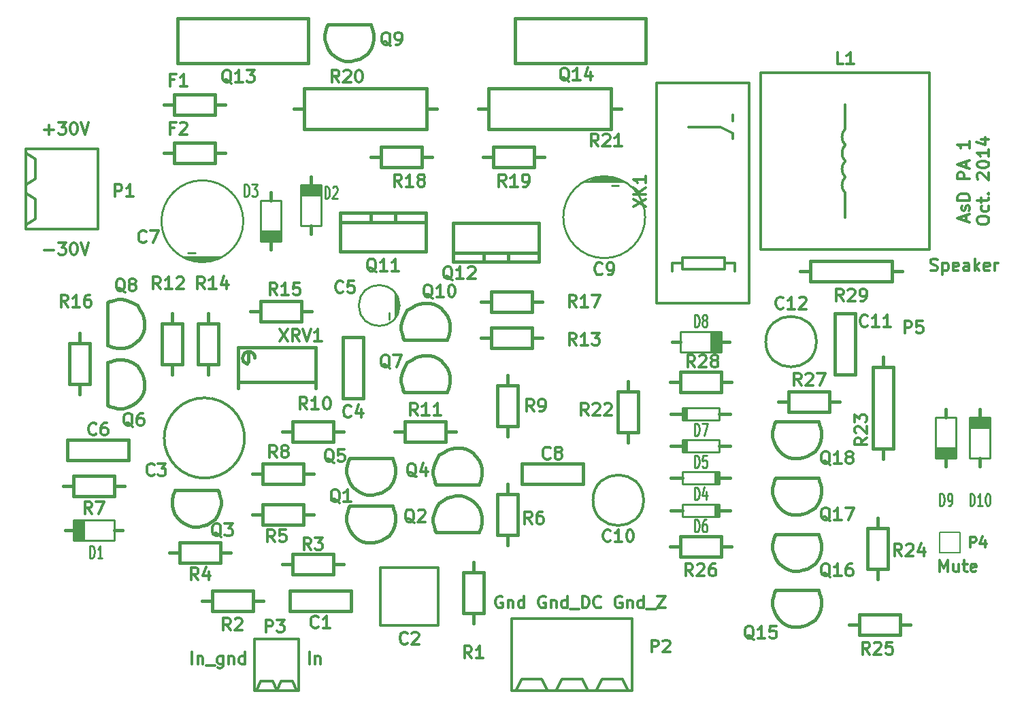
<source format=gto>
%FSLAX46Y46*%
G04 Gerber Fmt 4.6, Leading zero omitted, Abs format (unit mm)*
G04 Created by KiCad (PCBNEW (2014-jul-16 BZR unknown)-product) date ma. 13. okt. 2014 kl. 20.08 +0200*
%MOMM*%
G01*
G04 APERTURE LIST*
%ADD10C,0.100000*%
%ADD11C,0.300000*%
%ADD12C,0.381000*%
%ADD13C,0.254000*%
%ADD14C,0.150000*%
%ADD15C,0.304800*%
G04 APERTURE END LIST*
D10*
D11*
X196750000Y-119178571D02*
X196750000Y-117678571D01*
X197250000Y-118750000D01*
X197750000Y-117678571D01*
X197750000Y-119178571D01*
X199107143Y-118178571D02*
X199107143Y-119178571D01*
X198464286Y-118178571D02*
X198464286Y-118964286D01*
X198535714Y-119107143D01*
X198678572Y-119178571D01*
X198892857Y-119178571D01*
X199035714Y-119107143D01*
X199107143Y-119035714D01*
X199607143Y-118178571D02*
X200178572Y-118178571D01*
X199821429Y-117678571D02*
X199821429Y-118964286D01*
X199892857Y-119107143D01*
X200035715Y-119178571D01*
X200178572Y-119178571D01*
X201250000Y-119107143D02*
X201107143Y-119178571D01*
X200821429Y-119178571D01*
X200678572Y-119107143D01*
X200607143Y-118964286D01*
X200607143Y-118392857D01*
X200678572Y-118250000D01*
X200821429Y-118178571D01*
X201107143Y-118178571D01*
X201250000Y-118250000D01*
X201321429Y-118392857D01*
X201321429Y-118535714D01*
X200607143Y-118678571D01*
X142321429Y-122250000D02*
X142178572Y-122178571D01*
X141964286Y-122178571D01*
X141750001Y-122250000D01*
X141607143Y-122392857D01*
X141535715Y-122535714D01*
X141464286Y-122821429D01*
X141464286Y-123035714D01*
X141535715Y-123321429D01*
X141607143Y-123464286D01*
X141750001Y-123607143D01*
X141964286Y-123678571D01*
X142107143Y-123678571D01*
X142321429Y-123607143D01*
X142392858Y-123535714D01*
X142392858Y-123035714D01*
X142107143Y-123035714D01*
X143035715Y-122678571D02*
X143035715Y-123678571D01*
X143035715Y-122821429D02*
X143107143Y-122750000D01*
X143250001Y-122678571D01*
X143464286Y-122678571D01*
X143607143Y-122750000D01*
X143678572Y-122892857D01*
X143678572Y-123678571D01*
X145035715Y-123678571D02*
X145035715Y-122178571D01*
X145035715Y-123607143D02*
X144892858Y-123678571D01*
X144607144Y-123678571D01*
X144464286Y-123607143D01*
X144392858Y-123535714D01*
X144321429Y-123392857D01*
X144321429Y-122964286D01*
X144392858Y-122821429D01*
X144464286Y-122750000D01*
X144607144Y-122678571D01*
X144892858Y-122678571D01*
X145035715Y-122750000D01*
X147678572Y-122250000D02*
X147535715Y-122178571D01*
X147321429Y-122178571D01*
X147107144Y-122250000D01*
X146964286Y-122392857D01*
X146892858Y-122535714D01*
X146821429Y-122821429D01*
X146821429Y-123035714D01*
X146892858Y-123321429D01*
X146964286Y-123464286D01*
X147107144Y-123607143D01*
X147321429Y-123678571D01*
X147464286Y-123678571D01*
X147678572Y-123607143D01*
X147750001Y-123535714D01*
X147750001Y-123035714D01*
X147464286Y-123035714D01*
X148392858Y-122678571D02*
X148392858Y-123678571D01*
X148392858Y-122821429D02*
X148464286Y-122750000D01*
X148607144Y-122678571D01*
X148821429Y-122678571D01*
X148964286Y-122750000D01*
X149035715Y-122892857D01*
X149035715Y-123678571D01*
X150392858Y-123678571D02*
X150392858Y-122178571D01*
X150392858Y-123607143D02*
X150250001Y-123678571D01*
X149964287Y-123678571D01*
X149821429Y-123607143D01*
X149750001Y-123535714D01*
X149678572Y-123392857D01*
X149678572Y-122964286D01*
X149750001Y-122821429D01*
X149821429Y-122750000D01*
X149964287Y-122678571D01*
X150250001Y-122678571D01*
X150392858Y-122750000D01*
X150750001Y-123821429D02*
X151892858Y-123821429D01*
X152250001Y-123678571D02*
X152250001Y-122178571D01*
X152607144Y-122178571D01*
X152821429Y-122250000D01*
X152964287Y-122392857D01*
X153035715Y-122535714D01*
X153107144Y-122821429D01*
X153107144Y-123035714D01*
X153035715Y-123321429D01*
X152964287Y-123464286D01*
X152821429Y-123607143D01*
X152607144Y-123678571D01*
X152250001Y-123678571D01*
X154607144Y-123535714D02*
X154535715Y-123607143D01*
X154321429Y-123678571D01*
X154178572Y-123678571D01*
X153964287Y-123607143D01*
X153821429Y-123464286D01*
X153750001Y-123321429D01*
X153678572Y-123035714D01*
X153678572Y-122821429D01*
X153750001Y-122535714D01*
X153821429Y-122392857D01*
X153964287Y-122250000D01*
X154178572Y-122178571D01*
X154321429Y-122178571D01*
X154535715Y-122250000D01*
X154607144Y-122321429D01*
X157178572Y-122250000D02*
X157035715Y-122178571D01*
X156821429Y-122178571D01*
X156607144Y-122250000D01*
X156464286Y-122392857D01*
X156392858Y-122535714D01*
X156321429Y-122821429D01*
X156321429Y-123035714D01*
X156392858Y-123321429D01*
X156464286Y-123464286D01*
X156607144Y-123607143D01*
X156821429Y-123678571D01*
X156964286Y-123678571D01*
X157178572Y-123607143D01*
X157250001Y-123535714D01*
X157250001Y-123035714D01*
X156964286Y-123035714D01*
X157892858Y-122678571D02*
X157892858Y-123678571D01*
X157892858Y-122821429D02*
X157964286Y-122750000D01*
X158107144Y-122678571D01*
X158321429Y-122678571D01*
X158464286Y-122750000D01*
X158535715Y-122892857D01*
X158535715Y-123678571D01*
X159892858Y-123678571D02*
X159892858Y-122178571D01*
X159892858Y-123607143D02*
X159750001Y-123678571D01*
X159464287Y-123678571D01*
X159321429Y-123607143D01*
X159250001Y-123535714D01*
X159178572Y-123392857D01*
X159178572Y-122964286D01*
X159250001Y-122821429D01*
X159321429Y-122750000D01*
X159464287Y-122678571D01*
X159750001Y-122678571D01*
X159892858Y-122750000D01*
X160250001Y-123821429D02*
X161392858Y-123821429D01*
X161607144Y-122178571D02*
X162607144Y-122178571D01*
X161607144Y-123678571D01*
X162607144Y-123678571D01*
X195607143Y-81607143D02*
X195821429Y-81678571D01*
X196178572Y-81678571D01*
X196321429Y-81607143D01*
X196392858Y-81535714D01*
X196464286Y-81392857D01*
X196464286Y-81250000D01*
X196392858Y-81107143D01*
X196321429Y-81035714D01*
X196178572Y-80964286D01*
X195892858Y-80892857D01*
X195750000Y-80821429D01*
X195678572Y-80750000D01*
X195607143Y-80607143D01*
X195607143Y-80464286D01*
X195678572Y-80321429D01*
X195750000Y-80250000D01*
X195892858Y-80178571D01*
X196250000Y-80178571D01*
X196464286Y-80250000D01*
X197107143Y-80678571D02*
X197107143Y-82178571D01*
X197107143Y-80750000D02*
X197250000Y-80678571D01*
X197535714Y-80678571D01*
X197678571Y-80750000D01*
X197750000Y-80821429D01*
X197821429Y-80964286D01*
X197821429Y-81392857D01*
X197750000Y-81535714D01*
X197678571Y-81607143D01*
X197535714Y-81678571D01*
X197250000Y-81678571D01*
X197107143Y-81607143D01*
X199035714Y-81607143D02*
X198892857Y-81678571D01*
X198607143Y-81678571D01*
X198464286Y-81607143D01*
X198392857Y-81464286D01*
X198392857Y-80892857D01*
X198464286Y-80750000D01*
X198607143Y-80678571D01*
X198892857Y-80678571D01*
X199035714Y-80750000D01*
X199107143Y-80892857D01*
X199107143Y-81035714D01*
X198392857Y-81178571D01*
X200392857Y-81678571D02*
X200392857Y-80892857D01*
X200321428Y-80750000D01*
X200178571Y-80678571D01*
X199892857Y-80678571D01*
X199750000Y-80750000D01*
X200392857Y-81607143D02*
X200250000Y-81678571D01*
X199892857Y-81678571D01*
X199750000Y-81607143D01*
X199678571Y-81464286D01*
X199678571Y-81321429D01*
X199750000Y-81178571D01*
X199892857Y-81107143D01*
X200250000Y-81107143D01*
X200392857Y-81035714D01*
X201107143Y-81678571D02*
X201107143Y-80178571D01*
X201250000Y-81107143D02*
X201678571Y-81678571D01*
X201678571Y-80678571D02*
X201107143Y-81250000D01*
X202892857Y-81607143D02*
X202750000Y-81678571D01*
X202464286Y-81678571D01*
X202321429Y-81607143D01*
X202250000Y-81464286D01*
X202250000Y-80892857D01*
X202321429Y-80750000D01*
X202464286Y-80678571D01*
X202750000Y-80678571D01*
X202892857Y-80750000D01*
X202964286Y-80892857D01*
X202964286Y-81035714D01*
X202250000Y-81178571D01*
X203607143Y-81678571D02*
X203607143Y-80678571D01*
X203607143Y-80964286D02*
X203678571Y-80821429D01*
X203750000Y-80750000D01*
X203892857Y-80678571D01*
X204035714Y-80678571D01*
X103714286Y-130678571D02*
X103714286Y-129178571D01*
X104428572Y-129678571D02*
X104428572Y-130678571D01*
X104428572Y-129821429D02*
X104500000Y-129750000D01*
X104642858Y-129678571D01*
X104857143Y-129678571D01*
X105000000Y-129750000D01*
X105071429Y-129892857D01*
X105071429Y-130678571D01*
X105428572Y-130821429D02*
X106571429Y-130821429D01*
X107571429Y-129678571D02*
X107571429Y-130892857D01*
X107500000Y-131035714D01*
X107428572Y-131107143D01*
X107285715Y-131178571D01*
X107071429Y-131178571D01*
X106928572Y-131107143D01*
X107571429Y-130607143D02*
X107428572Y-130678571D01*
X107142858Y-130678571D01*
X107000000Y-130607143D01*
X106928572Y-130535714D01*
X106857143Y-130392857D01*
X106857143Y-129964286D01*
X106928572Y-129821429D01*
X107000000Y-129750000D01*
X107142858Y-129678571D01*
X107428572Y-129678571D01*
X107571429Y-129750000D01*
X108285715Y-129678571D02*
X108285715Y-130678571D01*
X108285715Y-129821429D02*
X108357143Y-129750000D01*
X108500001Y-129678571D01*
X108714286Y-129678571D01*
X108857143Y-129750000D01*
X108928572Y-129892857D01*
X108928572Y-130678571D01*
X110285715Y-130678571D02*
X110285715Y-129178571D01*
X110285715Y-130607143D02*
X110142858Y-130678571D01*
X109857144Y-130678571D01*
X109714286Y-130607143D01*
X109642858Y-130535714D01*
X109571429Y-130392857D01*
X109571429Y-129964286D01*
X109642858Y-129821429D01*
X109714286Y-129750000D01*
X109857144Y-129678571D01*
X110142858Y-129678571D01*
X110285715Y-129750000D01*
X118321429Y-130678571D02*
X118321429Y-129178571D01*
X119035715Y-129678571D02*
X119035715Y-130678571D01*
X119035715Y-129821429D02*
X119107143Y-129750000D01*
X119250001Y-129678571D01*
X119464286Y-129678571D01*
X119607143Y-129750000D01*
X119678572Y-129892857D01*
X119678572Y-130678571D01*
X200050000Y-75464285D02*
X200050000Y-74749999D01*
X200478571Y-75607142D02*
X198978571Y-75107142D01*
X200478571Y-74607142D01*
X200407143Y-74178571D02*
X200478571Y-74035714D01*
X200478571Y-73749999D01*
X200407143Y-73607142D01*
X200264286Y-73535714D01*
X200192857Y-73535714D01*
X200050000Y-73607142D01*
X199978571Y-73749999D01*
X199978571Y-73964285D01*
X199907143Y-74107142D01*
X199764286Y-74178571D01*
X199692857Y-74178571D01*
X199550000Y-74107142D01*
X199478571Y-73964285D01*
X199478571Y-73749999D01*
X199550000Y-73607142D01*
X200478571Y-72892856D02*
X198978571Y-72892856D01*
X198978571Y-72535713D01*
X199050000Y-72321428D01*
X199192857Y-72178570D01*
X199335714Y-72107142D01*
X199621429Y-72035713D01*
X199835714Y-72035713D01*
X200121429Y-72107142D01*
X200264286Y-72178570D01*
X200407143Y-72321428D01*
X200478571Y-72535713D01*
X200478571Y-72892856D01*
X200478571Y-70249999D02*
X198978571Y-70249999D01*
X198978571Y-69678571D01*
X199050000Y-69535713D01*
X199121429Y-69464285D01*
X199264286Y-69392856D01*
X199478571Y-69392856D01*
X199621429Y-69464285D01*
X199692857Y-69535713D01*
X199764286Y-69678571D01*
X199764286Y-70249999D01*
X200050000Y-68821428D02*
X200050000Y-68107142D01*
X200478571Y-68964285D02*
X198978571Y-68464285D01*
X200478571Y-67964285D01*
X200478571Y-65535714D02*
X200478571Y-66392857D01*
X200478571Y-65964285D02*
X198978571Y-65964285D01*
X199192857Y-66107142D01*
X199335714Y-66250000D01*
X199407143Y-66392857D01*
X201378571Y-75499999D02*
X201378571Y-75214285D01*
X201450000Y-75071427D01*
X201592857Y-74928570D01*
X201878571Y-74857142D01*
X202378571Y-74857142D01*
X202664286Y-74928570D01*
X202807143Y-75071427D01*
X202878571Y-75214285D01*
X202878571Y-75499999D01*
X202807143Y-75642856D01*
X202664286Y-75785713D01*
X202378571Y-75857142D01*
X201878571Y-75857142D01*
X201592857Y-75785713D01*
X201450000Y-75642856D01*
X201378571Y-75499999D01*
X202807143Y-73571427D02*
X202878571Y-73714284D01*
X202878571Y-73999998D01*
X202807143Y-74142856D01*
X202735714Y-74214284D01*
X202592857Y-74285713D01*
X202164286Y-74285713D01*
X202021429Y-74214284D01*
X201950000Y-74142856D01*
X201878571Y-73999998D01*
X201878571Y-73714284D01*
X201950000Y-73571427D01*
X201878571Y-73142856D02*
X201878571Y-72571427D01*
X201378571Y-72928570D02*
X202664286Y-72928570D01*
X202807143Y-72857142D01*
X202878571Y-72714284D01*
X202878571Y-72571427D01*
X202735714Y-72071427D02*
X202807143Y-71999999D01*
X202878571Y-72071427D01*
X202807143Y-72142856D01*
X202735714Y-72071427D01*
X202878571Y-72071427D01*
X201521429Y-70285713D02*
X201450000Y-70214284D01*
X201378571Y-70071427D01*
X201378571Y-69714284D01*
X201450000Y-69571427D01*
X201521429Y-69499998D01*
X201664286Y-69428570D01*
X201807143Y-69428570D01*
X202021429Y-69499998D01*
X202878571Y-70357141D01*
X202878571Y-69428570D01*
X201378571Y-68499999D02*
X201378571Y-68357142D01*
X201450000Y-68214285D01*
X201521429Y-68142856D01*
X201664286Y-68071427D01*
X201950000Y-67999999D01*
X202307143Y-67999999D01*
X202592857Y-68071427D01*
X202735714Y-68142856D01*
X202807143Y-68214285D01*
X202878571Y-68357142D01*
X202878571Y-68499999D01*
X202807143Y-68642856D01*
X202735714Y-68714285D01*
X202592857Y-68785713D01*
X202307143Y-68857142D01*
X201950000Y-68857142D01*
X201664286Y-68785713D01*
X201521429Y-68714285D01*
X201450000Y-68642856D01*
X201378571Y-68499999D01*
X202878571Y-66571428D02*
X202878571Y-67428571D01*
X202878571Y-66999999D02*
X201378571Y-66999999D01*
X201592857Y-67142856D01*
X201735714Y-67285714D01*
X201807143Y-67428571D01*
X201878571Y-65285714D02*
X202878571Y-65285714D01*
X201307143Y-65642857D02*
X202378571Y-66000000D01*
X202378571Y-65071428D01*
X85357144Y-79107143D02*
X86500001Y-79107143D01*
X87071430Y-78178571D02*
X88000001Y-78178571D01*
X87500001Y-78750000D01*
X87714287Y-78750000D01*
X87857144Y-78821429D01*
X87928573Y-78892857D01*
X88000001Y-79035714D01*
X88000001Y-79392857D01*
X87928573Y-79535714D01*
X87857144Y-79607143D01*
X87714287Y-79678571D01*
X87285715Y-79678571D01*
X87142858Y-79607143D01*
X87071430Y-79535714D01*
X88928572Y-78178571D02*
X89071429Y-78178571D01*
X89214286Y-78250000D01*
X89285715Y-78321429D01*
X89357144Y-78464286D01*
X89428572Y-78750000D01*
X89428572Y-79107143D01*
X89357144Y-79392857D01*
X89285715Y-79535714D01*
X89214286Y-79607143D01*
X89071429Y-79678571D01*
X88928572Y-79678571D01*
X88785715Y-79607143D01*
X88714286Y-79535714D01*
X88642858Y-79392857D01*
X88571429Y-79107143D01*
X88571429Y-78750000D01*
X88642858Y-78464286D01*
X88714286Y-78321429D01*
X88785715Y-78250000D01*
X88928572Y-78178571D01*
X89857143Y-78178571D02*
X90357143Y-79678571D01*
X90857143Y-78178571D01*
X85357144Y-64107143D02*
X86500001Y-64107143D01*
X85928572Y-64678571D02*
X85928572Y-63535714D01*
X87071430Y-63178571D02*
X88000001Y-63178571D01*
X87500001Y-63750000D01*
X87714287Y-63750000D01*
X87857144Y-63821429D01*
X87928573Y-63892857D01*
X88000001Y-64035714D01*
X88000001Y-64392857D01*
X87928573Y-64535714D01*
X87857144Y-64607143D01*
X87714287Y-64678571D01*
X87285715Y-64678571D01*
X87142858Y-64607143D01*
X87071430Y-64535714D01*
X88928572Y-63178571D02*
X89071429Y-63178571D01*
X89214286Y-63250000D01*
X89285715Y-63321429D01*
X89357144Y-63464286D01*
X89428572Y-63750000D01*
X89428572Y-64107143D01*
X89357144Y-64392857D01*
X89285715Y-64535714D01*
X89214286Y-64607143D01*
X89071429Y-64678571D01*
X88928572Y-64678571D01*
X88785715Y-64607143D01*
X88714286Y-64535714D01*
X88642858Y-64392857D01*
X88571429Y-64107143D01*
X88571429Y-63750000D01*
X88642858Y-63464286D01*
X88714286Y-63321429D01*
X88785715Y-63250000D01*
X88928572Y-63178571D01*
X89857143Y-63178571D02*
X90357143Y-64678571D01*
X90857143Y-63178571D01*
D12*
X115900000Y-121480000D02*
X115900000Y-124020000D01*
X115900000Y-124020000D02*
X123520000Y-124020000D01*
X123520000Y-124020000D02*
X123520000Y-121480000D01*
X123520000Y-121480000D02*
X115900000Y-121480000D01*
X125020000Y-89900000D02*
X122480000Y-89900000D01*
X122480000Y-89900000D02*
X122480000Y-97520000D01*
X122480000Y-97520000D02*
X125020000Y-97520000D01*
X125020000Y-97520000D02*
X125020000Y-89900000D01*
D13*
X128270000Y-86889000D02*
X128270000Y-87778000D01*
X129286000Y-87016000D02*
X129286000Y-84984000D01*
X129286000Y-84984000D02*
X129159000Y-84984000D01*
X129159000Y-84984000D02*
X129159000Y-87016000D01*
X129032000Y-84476000D02*
X129032000Y-87524000D01*
X129540000Y-86000000D02*
G75*
G03X129540000Y-86000000I-2540000J0D01*
G74*
G01*
D12*
X95850000Y-105270000D02*
X95850000Y-102730000D01*
X95850000Y-102730000D02*
X88230000Y-102730000D01*
X88230000Y-102730000D02*
X88230000Y-105270000D01*
X88230000Y-105270000D02*
X95850000Y-105270000D01*
D13*
X107413000Y-79945000D02*
X102587000Y-79945000D01*
X103857000Y-80326000D02*
X106143000Y-80326000D01*
X110094267Y-75500000D02*
G75*
G03X110094267Y-75500000I-5094267J0D01*
G74*
G01*
X102968000Y-79945000D02*
X107032000Y-79945000D01*
X107032000Y-79945000D02*
X106651000Y-80072000D01*
X106651000Y-80072000D02*
X103349000Y-80072000D01*
X103349000Y-80072000D02*
X102968000Y-79945000D01*
X104111000Y-79437000D02*
X103222000Y-79437000D01*
X103984000Y-80453000D02*
X106016000Y-80453000D01*
X106016000Y-80326000D02*
X103984000Y-80326000D01*
X106524000Y-80199000D02*
X103476000Y-80199000D01*
D12*
X152350000Y-108270000D02*
X152350000Y-105730000D01*
X152350000Y-105730000D02*
X144730000Y-105730000D01*
X144730000Y-105730000D02*
X144730000Y-108270000D01*
X144730000Y-108270000D02*
X152350000Y-108270000D01*
D13*
X152587000Y-70555000D02*
X157413000Y-70555000D01*
X156143000Y-70174000D02*
X153857000Y-70174000D01*
X160094267Y-75000000D02*
G75*
G03X160094267Y-75000000I-5094267J0D01*
G74*
G01*
X157032000Y-70555000D02*
X152968000Y-70555000D01*
X152968000Y-70555000D02*
X153349000Y-70428000D01*
X153349000Y-70428000D02*
X156651000Y-70428000D01*
X156651000Y-70428000D02*
X157032000Y-70555000D01*
X155889000Y-71063000D02*
X156778000Y-71063000D01*
X156016000Y-70047000D02*
X153984000Y-70047000D01*
X153984000Y-70174000D02*
X156016000Y-70174000D01*
X153476000Y-70301000D02*
X156524000Y-70301000D01*
D12*
X94040000Y-114000000D02*
X95056000Y-114000000D01*
X89214000Y-114000000D02*
X87944000Y-114000000D01*
D13*
X89468000Y-115270000D02*
X89468000Y-112730000D01*
X89722000Y-115270000D02*
X89722000Y-112730000D01*
X89976000Y-115270000D02*
X89976000Y-112730000D01*
X89214000Y-115270000D02*
X89214000Y-112730000D01*
X90230000Y-115270000D02*
X88960000Y-112730000D01*
X88960000Y-115270000D02*
X90230000Y-112730000D01*
X90230000Y-115270000D02*
X90230000Y-112730000D01*
X89595000Y-115270000D02*
X89595000Y-112730000D01*
X88960000Y-112730000D02*
X88960000Y-115270000D01*
X88960000Y-115270000D02*
X94040000Y-115270000D01*
X94040000Y-115270000D02*
X94040000Y-112730000D01*
X94040000Y-112730000D02*
X88960000Y-112730000D01*
D12*
X118500000Y-76040000D02*
X118500000Y-77056000D01*
X118500000Y-71214000D02*
X118500000Y-69944000D01*
D13*
X117230000Y-71468000D02*
X119770000Y-71468000D01*
X117230000Y-71722000D02*
X119770000Y-71722000D01*
X117230000Y-71976000D02*
X119770000Y-71976000D01*
X117230000Y-71214000D02*
X119770000Y-71214000D01*
X117230000Y-72230000D02*
X119770000Y-70960000D01*
X117230000Y-70960000D02*
X119770000Y-72230000D01*
X117230000Y-72230000D02*
X119770000Y-72230000D01*
X117230000Y-71595000D02*
X119770000Y-71595000D01*
X119770000Y-70960000D02*
X117230000Y-70960000D01*
X117230000Y-70960000D02*
X117230000Y-76040000D01*
X117230000Y-76040000D02*
X119770000Y-76040000D01*
X119770000Y-76040000D02*
X119770000Y-70960000D01*
D12*
X113500000Y-72960000D02*
X113500000Y-71944000D01*
X113500000Y-77786000D02*
X113500000Y-79056000D01*
D13*
X114770000Y-77532000D02*
X112230000Y-77532000D01*
X114770000Y-77278000D02*
X112230000Y-77278000D01*
X114770000Y-77024000D02*
X112230000Y-77024000D01*
X114770000Y-77786000D02*
X112230000Y-77786000D01*
X114770000Y-76770000D02*
X112230000Y-78040000D01*
X114770000Y-78040000D02*
X112230000Y-76770000D01*
X114770000Y-76770000D02*
X112230000Y-76770000D01*
X114770000Y-77405000D02*
X112230000Y-77405000D01*
X112230000Y-78040000D02*
X114770000Y-78040000D01*
X114770000Y-78040000D02*
X114770000Y-72960000D01*
X114770000Y-72960000D02*
X112230000Y-72960000D01*
X112230000Y-72960000D02*
X112230000Y-78040000D01*
D12*
X164714000Y-107500000D02*
X163317000Y-107500000D01*
X169159000Y-107500000D02*
X170683000Y-107500000D01*
D13*
X168778000Y-106738000D02*
X168778000Y-108262000D01*
X169032000Y-106738000D02*
X169032000Y-108262000D01*
X169286000Y-107500000D02*
X169286000Y-108262000D01*
X169286000Y-108262000D02*
X164714000Y-108262000D01*
X164714000Y-108262000D02*
X164714000Y-106738000D01*
X164714000Y-106738000D02*
X169286000Y-106738000D01*
X169286000Y-106738000D02*
X169286000Y-107500000D01*
D12*
X169286000Y-103500000D02*
X170683000Y-103500000D01*
X164841000Y-103500000D02*
X163317000Y-103500000D01*
D13*
X165222000Y-104262000D02*
X165222000Y-102738000D01*
X164968000Y-104262000D02*
X164968000Y-102738000D01*
X164714000Y-103500000D02*
X164714000Y-102738000D01*
X164714000Y-102738000D02*
X169286000Y-102738000D01*
X169286000Y-102738000D02*
X169286000Y-104262000D01*
X169286000Y-104262000D02*
X164714000Y-104262000D01*
X164714000Y-104262000D02*
X164714000Y-103500000D01*
D12*
X164714000Y-111500000D02*
X163317000Y-111500000D01*
X169159000Y-111500000D02*
X170683000Y-111500000D01*
D13*
X168778000Y-110738000D02*
X168778000Y-112262000D01*
X169032000Y-110738000D02*
X169032000Y-112262000D01*
X169286000Y-111500000D02*
X169286000Y-112262000D01*
X169286000Y-112262000D02*
X164714000Y-112262000D01*
X164714000Y-112262000D02*
X164714000Y-110738000D01*
X164714000Y-110738000D02*
X169286000Y-110738000D01*
X169286000Y-110738000D02*
X169286000Y-111500000D01*
D12*
X169286000Y-99500000D02*
X170683000Y-99500000D01*
X164841000Y-99500000D02*
X163317000Y-99500000D01*
D13*
X165222000Y-100262000D02*
X165222000Y-98738000D01*
X164968000Y-100262000D02*
X164968000Y-98738000D01*
X164714000Y-99500000D02*
X164714000Y-98738000D01*
X164714000Y-98738000D02*
X169286000Y-98738000D01*
X169286000Y-98738000D02*
X169286000Y-100262000D01*
X169286000Y-100262000D02*
X164714000Y-100262000D01*
X164714000Y-100262000D02*
X164714000Y-99500000D01*
D12*
X164460000Y-90500000D02*
X163444000Y-90500000D01*
X169286000Y-90500000D02*
X170556000Y-90500000D01*
D13*
X169032000Y-89230000D02*
X169032000Y-91770000D01*
X168778000Y-89230000D02*
X168778000Y-91770000D01*
X168524000Y-89230000D02*
X168524000Y-91770000D01*
X169286000Y-89230000D02*
X169286000Y-91770000D01*
X168270000Y-89230000D02*
X169540000Y-91770000D01*
X169540000Y-89230000D02*
X168270000Y-91770000D01*
X168270000Y-89230000D02*
X168270000Y-91770000D01*
X168905000Y-89230000D02*
X168905000Y-91770000D01*
X169540000Y-91770000D02*
X169540000Y-89230000D01*
X169540000Y-89230000D02*
X164460000Y-89230000D01*
X164460000Y-89230000D02*
X164460000Y-91770000D01*
X164460000Y-91770000D02*
X169540000Y-91770000D01*
D12*
X197500000Y-99960000D02*
X197500000Y-98944000D01*
X197500000Y-104786000D02*
X197500000Y-106056000D01*
D13*
X198770000Y-104532000D02*
X196230000Y-104532000D01*
X198770000Y-104278000D02*
X196230000Y-104278000D01*
X198770000Y-104024000D02*
X196230000Y-104024000D01*
X198770000Y-104786000D02*
X196230000Y-104786000D01*
X198770000Y-103770000D02*
X196230000Y-105040000D01*
X198770000Y-105040000D02*
X196230000Y-103770000D01*
X198770000Y-103770000D02*
X196230000Y-103770000D01*
X198770000Y-104405000D02*
X196230000Y-104405000D01*
X196230000Y-105040000D02*
X198770000Y-105040000D01*
X198770000Y-105040000D02*
X198770000Y-99960000D01*
X198770000Y-99960000D02*
X196230000Y-99960000D01*
X196230000Y-99960000D02*
X196230000Y-105040000D01*
D12*
X201750000Y-105040000D02*
X201750000Y-106056000D01*
X201750000Y-100214000D02*
X201750000Y-98944000D01*
D13*
X200480000Y-100468000D02*
X203020000Y-100468000D01*
X200480000Y-100722000D02*
X203020000Y-100722000D01*
X200480000Y-100976000D02*
X203020000Y-100976000D01*
X200480000Y-100214000D02*
X203020000Y-100214000D01*
X200480000Y-101230000D02*
X203020000Y-99960000D01*
X200480000Y-99960000D02*
X203020000Y-101230000D01*
X200480000Y-101230000D02*
X203020000Y-101230000D01*
X200480000Y-100595000D02*
X203020000Y-100595000D01*
X203020000Y-99960000D02*
X200480000Y-99960000D01*
X200480000Y-99960000D02*
X200480000Y-105040000D01*
X200480000Y-105040000D02*
X203020000Y-105040000D01*
X203020000Y-105040000D02*
X203020000Y-99960000D01*
D12*
X101460000Y-59730000D02*
X106540000Y-59730000D01*
X106540000Y-59730000D02*
X106540000Y-62270000D01*
X106540000Y-62270000D02*
X101460000Y-62270000D01*
X101460000Y-62270000D02*
X101460000Y-59730000D01*
X101460000Y-61000000D02*
X100190000Y-61000000D01*
X106540000Y-61000000D02*
X107810000Y-61000000D01*
X101460000Y-65730000D02*
X106540000Y-65730000D01*
X106540000Y-65730000D02*
X106540000Y-68270000D01*
X106540000Y-68270000D02*
X101460000Y-68270000D01*
X101460000Y-68270000D02*
X101460000Y-65730000D01*
X101460000Y-67000000D02*
X100190000Y-67000000D01*
X106540000Y-67000000D02*
X107810000Y-67000000D01*
D14*
X196730000Y-114230000D02*
X196730000Y-116770000D01*
X196730000Y-116770000D02*
X199270000Y-116770000D01*
X199270000Y-116770000D02*
X199270000Y-114230000D01*
X199270000Y-114230000D02*
X196730000Y-114230000D01*
D12*
X126000000Y-115548000D02*
X125492000Y-115548000D01*
X125492000Y-115548000D02*
X124984000Y-115421000D01*
X124984000Y-115421000D02*
X124476000Y-115167000D01*
X124476000Y-115167000D02*
X124095000Y-114913000D01*
X124095000Y-114913000D02*
X123714000Y-114532000D01*
X123714000Y-114532000D02*
X123333000Y-114024000D01*
X123333000Y-114024000D02*
X123079000Y-113389000D01*
X123079000Y-113389000D02*
X122952000Y-112881000D01*
X122952000Y-112881000D02*
X122952000Y-112246000D01*
X122952000Y-112246000D02*
X123079000Y-111611000D01*
X123079000Y-111611000D02*
X123206000Y-111230000D01*
X123206000Y-111230000D02*
X123333000Y-110976000D01*
X128794000Y-111357000D02*
X128921000Y-111738000D01*
X128921000Y-111738000D02*
X129048000Y-112246000D01*
X129048000Y-112246000D02*
X129048000Y-112754000D01*
X129048000Y-112754000D02*
X128921000Y-113389000D01*
X128921000Y-113389000D02*
X128667000Y-114024000D01*
X128667000Y-114024000D02*
X128286000Y-114659000D01*
X128286000Y-114659000D02*
X127651000Y-115040000D01*
X127651000Y-115040000D02*
X127270000Y-115294000D01*
X127270000Y-115294000D02*
X126762000Y-115421000D01*
X126762000Y-115421000D02*
X126254000Y-115548000D01*
X126254000Y-115548000D02*
X126000000Y-115548000D01*
X128667000Y-110976000D02*
X128794000Y-111230000D01*
X128667000Y-110976000D02*
X123333000Y-110976000D01*
X136750000Y-109702000D02*
X137258000Y-109702000D01*
X137258000Y-109702000D02*
X137766000Y-109829000D01*
X137766000Y-109829000D02*
X138274000Y-110083000D01*
X138274000Y-110083000D02*
X138655000Y-110337000D01*
X138655000Y-110337000D02*
X139036000Y-110718000D01*
X139036000Y-110718000D02*
X139417000Y-111226000D01*
X139417000Y-111226000D02*
X139671000Y-111861000D01*
X139671000Y-111861000D02*
X139798000Y-112369000D01*
X139798000Y-112369000D02*
X139798000Y-113004000D01*
X139798000Y-113004000D02*
X139671000Y-113639000D01*
X139671000Y-113639000D02*
X139544000Y-114020000D01*
X139544000Y-114020000D02*
X139417000Y-114274000D01*
X133956000Y-113893000D02*
X133829000Y-113512000D01*
X133829000Y-113512000D02*
X133702000Y-113004000D01*
X133702000Y-113004000D02*
X133702000Y-112496000D01*
X133702000Y-112496000D02*
X133829000Y-111861000D01*
X133829000Y-111861000D02*
X134083000Y-111226000D01*
X134083000Y-111226000D02*
X134464000Y-110591000D01*
X134464000Y-110591000D02*
X135099000Y-110210000D01*
X135099000Y-110210000D02*
X135480000Y-109956000D01*
X135480000Y-109956000D02*
X135988000Y-109829000D01*
X135988000Y-109829000D02*
X136496000Y-109702000D01*
X136496000Y-109702000D02*
X136750000Y-109702000D01*
X134083000Y-114274000D02*
X133956000Y-114020000D01*
X134083000Y-114274000D02*
X139417000Y-114274000D01*
X104250000Y-113548000D02*
X103742000Y-113548000D01*
X103742000Y-113548000D02*
X103234000Y-113421000D01*
X103234000Y-113421000D02*
X102726000Y-113167000D01*
X102726000Y-113167000D02*
X102345000Y-112913000D01*
X102345000Y-112913000D02*
X101964000Y-112532000D01*
X101964000Y-112532000D02*
X101583000Y-112024000D01*
X101583000Y-112024000D02*
X101329000Y-111389000D01*
X101329000Y-111389000D02*
X101202000Y-110881000D01*
X101202000Y-110881000D02*
X101202000Y-110246000D01*
X101202000Y-110246000D02*
X101329000Y-109611000D01*
X101329000Y-109611000D02*
X101456000Y-109230000D01*
X101456000Y-109230000D02*
X101583000Y-108976000D01*
X107044000Y-109357000D02*
X107171000Y-109738000D01*
X107171000Y-109738000D02*
X107298000Y-110246000D01*
X107298000Y-110246000D02*
X107298000Y-110754000D01*
X107298000Y-110754000D02*
X107171000Y-111389000D01*
X107171000Y-111389000D02*
X106917000Y-112024000D01*
X106917000Y-112024000D02*
X106536000Y-112659000D01*
X106536000Y-112659000D02*
X105901000Y-113040000D01*
X105901000Y-113040000D02*
X105520000Y-113294000D01*
X105520000Y-113294000D02*
X105012000Y-113421000D01*
X105012000Y-113421000D02*
X104504000Y-113548000D01*
X104504000Y-113548000D02*
X104250000Y-113548000D01*
X106917000Y-108976000D02*
X107044000Y-109230000D01*
X106917000Y-108976000D02*
X101583000Y-108976000D01*
X136750000Y-103702000D02*
X137258000Y-103702000D01*
X137258000Y-103702000D02*
X137766000Y-103829000D01*
X137766000Y-103829000D02*
X138274000Y-104083000D01*
X138274000Y-104083000D02*
X138655000Y-104337000D01*
X138655000Y-104337000D02*
X139036000Y-104718000D01*
X139036000Y-104718000D02*
X139417000Y-105226000D01*
X139417000Y-105226000D02*
X139671000Y-105861000D01*
X139671000Y-105861000D02*
X139798000Y-106369000D01*
X139798000Y-106369000D02*
X139798000Y-107004000D01*
X139798000Y-107004000D02*
X139671000Y-107639000D01*
X139671000Y-107639000D02*
X139544000Y-108020000D01*
X139544000Y-108020000D02*
X139417000Y-108274000D01*
X133956000Y-107893000D02*
X133829000Y-107512000D01*
X133829000Y-107512000D02*
X133702000Y-107004000D01*
X133702000Y-107004000D02*
X133702000Y-106496000D01*
X133702000Y-106496000D02*
X133829000Y-105861000D01*
X133829000Y-105861000D02*
X134083000Y-105226000D01*
X134083000Y-105226000D02*
X134464000Y-104591000D01*
X134464000Y-104591000D02*
X135099000Y-104210000D01*
X135099000Y-104210000D02*
X135480000Y-103956000D01*
X135480000Y-103956000D02*
X135988000Y-103829000D01*
X135988000Y-103829000D02*
X136496000Y-103702000D01*
X136496000Y-103702000D02*
X136750000Y-103702000D01*
X134083000Y-108274000D02*
X133956000Y-108020000D01*
X134083000Y-108274000D02*
X139417000Y-108274000D01*
X126000000Y-109548000D02*
X125492000Y-109548000D01*
X125492000Y-109548000D02*
X124984000Y-109421000D01*
X124984000Y-109421000D02*
X124476000Y-109167000D01*
X124476000Y-109167000D02*
X124095000Y-108913000D01*
X124095000Y-108913000D02*
X123714000Y-108532000D01*
X123714000Y-108532000D02*
X123333000Y-108024000D01*
X123333000Y-108024000D02*
X123079000Y-107389000D01*
X123079000Y-107389000D02*
X122952000Y-106881000D01*
X122952000Y-106881000D02*
X122952000Y-106246000D01*
X122952000Y-106246000D02*
X123079000Y-105611000D01*
X123079000Y-105611000D02*
X123206000Y-105230000D01*
X123206000Y-105230000D02*
X123333000Y-104976000D01*
X128794000Y-105357000D02*
X128921000Y-105738000D01*
X128921000Y-105738000D02*
X129048000Y-106246000D01*
X129048000Y-106246000D02*
X129048000Y-106754000D01*
X129048000Y-106754000D02*
X128921000Y-107389000D01*
X128921000Y-107389000D02*
X128667000Y-108024000D01*
X128667000Y-108024000D02*
X128286000Y-108659000D01*
X128286000Y-108659000D02*
X127651000Y-109040000D01*
X127651000Y-109040000D02*
X127270000Y-109294000D01*
X127270000Y-109294000D02*
X126762000Y-109421000D01*
X126762000Y-109421000D02*
X126254000Y-109548000D01*
X126254000Y-109548000D02*
X126000000Y-109548000D01*
X128667000Y-104976000D02*
X128794000Y-105230000D01*
X128667000Y-104976000D02*
X123333000Y-104976000D01*
X97798000Y-95750000D02*
X97798000Y-96258000D01*
X97798000Y-96258000D02*
X97671000Y-96766000D01*
X97671000Y-96766000D02*
X97417000Y-97274000D01*
X97417000Y-97274000D02*
X97163000Y-97655000D01*
X97163000Y-97655000D02*
X96782000Y-98036000D01*
X96782000Y-98036000D02*
X96274000Y-98417000D01*
X96274000Y-98417000D02*
X95639000Y-98671000D01*
X95639000Y-98671000D02*
X95131000Y-98798000D01*
X95131000Y-98798000D02*
X94496000Y-98798000D01*
X94496000Y-98798000D02*
X93861000Y-98671000D01*
X93861000Y-98671000D02*
X93480000Y-98544000D01*
X93480000Y-98544000D02*
X93226000Y-98417000D01*
X93607000Y-92956000D02*
X93988000Y-92829000D01*
X93988000Y-92829000D02*
X94496000Y-92702000D01*
X94496000Y-92702000D02*
X95004000Y-92702000D01*
X95004000Y-92702000D02*
X95639000Y-92829000D01*
X95639000Y-92829000D02*
X96274000Y-93083000D01*
X96274000Y-93083000D02*
X96909000Y-93464000D01*
X96909000Y-93464000D02*
X97290000Y-94099000D01*
X97290000Y-94099000D02*
X97544000Y-94480000D01*
X97544000Y-94480000D02*
X97671000Y-94988000D01*
X97671000Y-94988000D02*
X97798000Y-95496000D01*
X97798000Y-95496000D02*
X97798000Y-95750000D01*
X93226000Y-93083000D02*
X93480000Y-92956000D01*
X93226000Y-93083000D02*
X93226000Y-98417000D01*
X132750000Y-92202000D02*
X133258000Y-92202000D01*
X133258000Y-92202000D02*
X133766000Y-92329000D01*
X133766000Y-92329000D02*
X134274000Y-92583000D01*
X134274000Y-92583000D02*
X134655000Y-92837000D01*
X134655000Y-92837000D02*
X135036000Y-93218000D01*
X135036000Y-93218000D02*
X135417000Y-93726000D01*
X135417000Y-93726000D02*
X135671000Y-94361000D01*
X135671000Y-94361000D02*
X135798000Y-94869000D01*
X135798000Y-94869000D02*
X135798000Y-95504000D01*
X135798000Y-95504000D02*
X135671000Y-96139000D01*
X135671000Y-96139000D02*
X135544000Y-96520000D01*
X135544000Y-96520000D02*
X135417000Y-96774000D01*
X129956000Y-96393000D02*
X129829000Y-96012000D01*
X129829000Y-96012000D02*
X129702000Y-95504000D01*
X129702000Y-95504000D02*
X129702000Y-94996000D01*
X129702000Y-94996000D02*
X129829000Y-94361000D01*
X129829000Y-94361000D02*
X130083000Y-93726000D01*
X130083000Y-93726000D02*
X130464000Y-93091000D01*
X130464000Y-93091000D02*
X131099000Y-92710000D01*
X131099000Y-92710000D02*
X131480000Y-92456000D01*
X131480000Y-92456000D02*
X131988000Y-92329000D01*
X131988000Y-92329000D02*
X132496000Y-92202000D01*
X132496000Y-92202000D02*
X132750000Y-92202000D01*
X130083000Y-96774000D02*
X129956000Y-96520000D01*
X130083000Y-96774000D02*
X135417000Y-96774000D01*
X97798000Y-88250000D02*
X97798000Y-88758000D01*
X97798000Y-88758000D02*
X97671000Y-89266000D01*
X97671000Y-89266000D02*
X97417000Y-89774000D01*
X97417000Y-89774000D02*
X97163000Y-90155000D01*
X97163000Y-90155000D02*
X96782000Y-90536000D01*
X96782000Y-90536000D02*
X96274000Y-90917000D01*
X96274000Y-90917000D02*
X95639000Y-91171000D01*
X95639000Y-91171000D02*
X95131000Y-91298000D01*
X95131000Y-91298000D02*
X94496000Y-91298000D01*
X94496000Y-91298000D02*
X93861000Y-91171000D01*
X93861000Y-91171000D02*
X93480000Y-91044000D01*
X93480000Y-91044000D02*
X93226000Y-90917000D01*
X93607000Y-85456000D02*
X93988000Y-85329000D01*
X93988000Y-85329000D02*
X94496000Y-85202000D01*
X94496000Y-85202000D02*
X95004000Y-85202000D01*
X95004000Y-85202000D02*
X95639000Y-85329000D01*
X95639000Y-85329000D02*
X96274000Y-85583000D01*
X96274000Y-85583000D02*
X96909000Y-85964000D01*
X96909000Y-85964000D02*
X97290000Y-86599000D01*
X97290000Y-86599000D02*
X97544000Y-86980000D01*
X97544000Y-86980000D02*
X97671000Y-87488000D01*
X97671000Y-87488000D02*
X97798000Y-87996000D01*
X97798000Y-87996000D02*
X97798000Y-88250000D01*
X93226000Y-85583000D02*
X93480000Y-85456000D01*
X93226000Y-85583000D02*
X93226000Y-90917000D01*
X123250000Y-55548000D02*
X122742000Y-55548000D01*
X122742000Y-55548000D02*
X122234000Y-55421000D01*
X122234000Y-55421000D02*
X121726000Y-55167000D01*
X121726000Y-55167000D02*
X121345000Y-54913000D01*
X121345000Y-54913000D02*
X120964000Y-54532000D01*
X120964000Y-54532000D02*
X120583000Y-54024000D01*
X120583000Y-54024000D02*
X120329000Y-53389000D01*
X120329000Y-53389000D02*
X120202000Y-52881000D01*
X120202000Y-52881000D02*
X120202000Y-52246000D01*
X120202000Y-52246000D02*
X120329000Y-51611000D01*
X120329000Y-51611000D02*
X120456000Y-51230000D01*
X120456000Y-51230000D02*
X120583000Y-50976000D01*
X126044000Y-51357000D02*
X126171000Y-51738000D01*
X126171000Y-51738000D02*
X126298000Y-52246000D01*
X126298000Y-52246000D02*
X126298000Y-52754000D01*
X126298000Y-52754000D02*
X126171000Y-53389000D01*
X126171000Y-53389000D02*
X125917000Y-54024000D01*
X125917000Y-54024000D02*
X125536000Y-54659000D01*
X125536000Y-54659000D02*
X124901000Y-55040000D01*
X124901000Y-55040000D02*
X124520000Y-55294000D01*
X124520000Y-55294000D02*
X124012000Y-55421000D01*
X124012000Y-55421000D02*
X123504000Y-55548000D01*
X123504000Y-55548000D02*
X123250000Y-55548000D01*
X125917000Y-50976000D02*
X126044000Y-51230000D01*
X125917000Y-50976000D02*
X120583000Y-50976000D01*
X132750000Y-85702000D02*
X133258000Y-85702000D01*
X133258000Y-85702000D02*
X133766000Y-85829000D01*
X133766000Y-85829000D02*
X134274000Y-86083000D01*
X134274000Y-86083000D02*
X134655000Y-86337000D01*
X134655000Y-86337000D02*
X135036000Y-86718000D01*
X135036000Y-86718000D02*
X135417000Y-87226000D01*
X135417000Y-87226000D02*
X135671000Y-87861000D01*
X135671000Y-87861000D02*
X135798000Y-88369000D01*
X135798000Y-88369000D02*
X135798000Y-89004000D01*
X135798000Y-89004000D02*
X135671000Y-89639000D01*
X135671000Y-89639000D02*
X135544000Y-90020000D01*
X135544000Y-90020000D02*
X135417000Y-90274000D01*
X129956000Y-89893000D02*
X129829000Y-89512000D01*
X129829000Y-89512000D02*
X129702000Y-89004000D01*
X129702000Y-89004000D02*
X129702000Y-88496000D01*
X129702000Y-88496000D02*
X129829000Y-87861000D01*
X129829000Y-87861000D02*
X130083000Y-87226000D01*
X130083000Y-87226000D02*
X130464000Y-86591000D01*
X130464000Y-86591000D02*
X131099000Y-86210000D01*
X131099000Y-86210000D02*
X131480000Y-85956000D01*
X131480000Y-85956000D02*
X131988000Y-85829000D01*
X131988000Y-85829000D02*
X132496000Y-85702000D01*
X132496000Y-85702000D02*
X132750000Y-85702000D01*
X130083000Y-90274000D02*
X129956000Y-90020000D01*
X130083000Y-90274000D02*
X135417000Y-90274000D01*
X125976000Y-74452000D02*
X125976000Y-75595000D01*
X129024000Y-74452000D02*
X129024000Y-75595000D01*
X132834000Y-75595000D02*
X132834000Y-79278000D01*
X132834000Y-79278000D02*
X122166000Y-79278000D01*
X122166000Y-79278000D02*
X122166000Y-75595000D01*
X132834000Y-74452000D02*
X132834000Y-75595000D01*
X132834000Y-75595000D02*
X122166000Y-75595000D01*
X122166000Y-75595000D02*
X122166000Y-74452000D01*
X127500000Y-74452000D02*
X122166000Y-74452000D01*
X127500000Y-74452000D02*
X132834000Y-74452000D01*
X143024000Y-80548000D02*
X143024000Y-79405000D01*
X139976000Y-80548000D02*
X139976000Y-79405000D01*
X136166000Y-79405000D02*
X136166000Y-75722000D01*
X136166000Y-75722000D02*
X146834000Y-75722000D01*
X146834000Y-75722000D02*
X146834000Y-79405000D01*
X136166000Y-80548000D02*
X136166000Y-79405000D01*
X136166000Y-79405000D02*
X146834000Y-79405000D01*
X146834000Y-79405000D02*
X146834000Y-80548000D01*
X141500000Y-80548000D02*
X146834000Y-80548000D01*
X141500000Y-80548000D02*
X136166000Y-80548000D01*
X118128000Y-55794000D02*
X118128000Y-50206000D01*
X118128000Y-50206000D02*
X101872000Y-50206000D01*
X101872000Y-50206000D02*
X101872000Y-55794000D01*
X101872000Y-55794000D02*
X118128000Y-55794000D01*
X160128000Y-55794000D02*
X160128000Y-50206000D01*
X160128000Y-50206000D02*
X143872000Y-50206000D01*
X143872000Y-50206000D02*
X143872000Y-55794000D01*
X143872000Y-55794000D02*
X160128000Y-55794000D01*
X179000000Y-126048000D02*
X178492000Y-126048000D01*
X178492000Y-126048000D02*
X177984000Y-125921000D01*
X177984000Y-125921000D02*
X177476000Y-125667000D01*
X177476000Y-125667000D02*
X177095000Y-125413000D01*
X177095000Y-125413000D02*
X176714000Y-125032000D01*
X176714000Y-125032000D02*
X176333000Y-124524000D01*
X176333000Y-124524000D02*
X176079000Y-123889000D01*
X176079000Y-123889000D02*
X175952000Y-123381000D01*
X175952000Y-123381000D02*
X175952000Y-122746000D01*
X175952000Y-122746000D02*
X176079000Y-122111000D01*
X176079000Y-122111000D02*
X176206000Y-121730000D01*
X176206000Y-121730000D02*
X176333000Y-121476000D01*
X181794000Y-121857000D02*
X181921000Y-122238000D01*
X181921000Y-122238000D02*
X182048000Y-122746000D01*
X182048000Y-122746000D02*
X182048000Y-123254000D01*
X182048000Y-123254000D02*
X181921000Y-123889000D01*
X181921000Y-123889000D02*
X181667000Y-124524000D01*
X181667000Y-124524000D02*
X181286000Y-125159000D01*
X181286000Y-125159000D02*
X180651000Y-125540000D01*
X180651000Y-125540000D02*
X180270000Y-125794000D01*
X180270000Y-125794000D02*
X179762000Y-125921000D01*
X179762000Y-125921000D02*
X179254000Y-126048000D01*
X179254000Y-126048000D02*
X179000000Y-126048000D01*
X181667000Y-121476000D02*
X181794000Y-121730000D01*
X181667000Y-121476000D02*
X176333000Y-121476000D01*
X179000000Y-119048000D02*
X178492000Y-119048000D01*
X178492000Y-119048000D02*
X177984000Y-118921000D01*
X177984000Y-118921000D02*
X177476000Y-118667000D01*
X177476000Y-118667000D02*
X177095000Y-118413000D01*
X177095000Y-118413000D02*
X176714000Y-118032000D01*
X176714000Y-118032000D02*
X176333000Y-117524000D01*
X176333000Y-117524000D02*
X176079000Y-116889000D01*
X176079000Y-116889000D02*
X175952000Y-116381000D01*
X175952000Y-116381000D02*
X175952000Y-115746000D01*
X175952000Y-115746000D02*
X176079000Y-115111000D01*
X176079000Y-115111000D02*
X176206000Y-114730000D01*
X176206000Y-114730000D02*
X176333000Y-114476000D01*
X181794000Y-114857000D02*
X181921000Y-115238000D01*
X181921000Y-115238000D02*
X182048000Y-115746000D01*
X182048000Y-115746000D02*
X182048000Y-116254000D01*
X182048000Y-116254000D02*
X181921000Y-116889000D01*
X181921000Y-116889000D02*
X181667000Y-117524000D01*
X181667000Y-117524000D02*
X181286000Y-118159000D01*
X181286000Y-118159000D02*
X180651000Y-118540000D01*
X180651000Y-118540000D02*
X180270000Y-118794000D01*
X180270000Y-118794000D02*
X179762000Y-118921000D01*
X179762000Y-118921000D02*
X179254000Y-119048000D01*
X179254000Y-119048000D02*
X179000000Y-119048000D01*
X181667000Y-114476000D02*
X181794000Y-114730000D01*
X181667000Y-114476000D02*
X176333000Y-114476000D01*
X179000000Y-112048000D02*
X178492000Y-112048000D01*
X178492000Y-112048000D02*
X177984000Y-111921000D01*
X177984000Y-111921000D02*
X177476000Y-111667000D01*
X177476000Y-111667000D02*
X177095000Y-111413000D01*
X177095000Y-111413000D02*
X176714000Y-111032000D01*
X176714000Y-111032000D02*
X176333000Y-110524000D01*
X176333000Y-110524000D02*
X176079000Y-109889000D01*
X176079000Y-109889000D02*
X175952000Y-109381000D01*
X175952000Y-109381000D02*
X175952000Y-108746000D01*
X175952000Y-108746000D02*
X176079000Y-108111000D01*
X176079000Y-108111000D02*
X176206000Y-107730000D01*
X176206000Y-107730000D02*
X176333000Y-107476000D01*
X181794000Y-107857000D02*
X181921000Y-108238000D01*
X181921000Y-108238000D02*
X182048000Y-108746000D01*
X182048000Y-108746000D02*
X182048000Y-109254000D01*
X182048000Y-109254000D02*
X181921000Y-109889000D01*
X181921000Y-109889000D02*
X181667000Y-110524000D01*
X181667000Y-110524000D02*
X181286000Y-111159000D01*
X181286000Y-111159000D02*
X180651000Y-111540000D01*
X180651000Y-111540000D02*
X180270000Y-111794000D01*
X180270000Y-111794000D02*
X179762000Y-111921000D01*
X179762000Y-111921000D02*
X179254000Y-112048000D01*
X179254000Y-112048000D02*
X179000000Y-112048000D01*
X181667000Y-107476000D02*
X181794000Y-107730000D01*
X181667000Y-107476000D02*
X176333000Y-107476000D01*
X179000000Y-105048000D02*
X178492000Y-105048000D01*
X178492000Y-105048000D02*
X177984000Y-104921000D01*
X177984000Y-104921000D02*
X177476000Y-104667000D01*
X177476000Y-104667000D02*
X177095000Y-104413000D01*
X177095000Y-104413000D02*
X176714000Y-104032000D01*
X176714000Y-104032000D02*
X176333000Y-103524000D01*
X176333000Y-103524000D02*
X176079000Y-102889000D01*
X176079000Y-102889000D02*
X175952000Y-102381000D01*
X175952000Y-102381000D02*
X175952000Y-101746000D01*
X175952000Y-101746000D02*
X176079000Y-101111000D01*
X176079000Y-101111000D02*
X176206000Y-100730000D01*
X176206000Y-100730000D02*
X176333000Y-100476000D01*
X181794000Y-100857000D02*
X181921000Y-101238000D01*
X181921000Y-101238000D02*
X182048000Y-101746000D01*
X182048000Y-101746000D02*
X182048000Y-102254000D01*
X182048000Y-102254000D02*
X181921000Y-102889000D01*
X181921000Y-102889000D02*
X181667000Y-103524000D01*
X181667000Y-103524000D02*
X181286000Y-104159000D01*
X181286000Y-104159000D02*
X180651000Y-104540000D01*
X180651000Y-104540000D02*
X180270000Y-104794000D01*
X180270000Y-104794000D02*
X179762000Y-104921000D01*
X179762000Y-104921000D02*
X179254000Y-105048000D01*
X179254000Y-105048000D02*
X179000000Y-105048000D01*
X181667000Y-100476000D02*
X181794000Y-100730000D01*
X181667000Y-100476000D02*
X176333000Y-100476000D01*
X137480000Y-124290000D02*
X137480000Y-119210000D01*
X137480000Y-119210000D02*
X140020000Y-119210000D01*
X140020000Y-119210000D02*
X140020000Y-124290000D01*
X140020000Y-124290000D02*
X137480000Y-124290000D01*
X138750000Y-124290000D02*
X138750000Y-125560000D01*
X138750000Y-119210000D02*
X138750000Y-117940000D01*
X106210000Y-121480000D02*
X111290000Y-121480000D01*
X111290000Y-121480000D02*
X111290000Y-124020000D01*
X111290000Y-124020000D02*
X106210000Y-124020000D01*
X106210000Y-124020000D02*
X106210000Y-121480000D01*
X106210000Y-122750000D02*
X104940000Y-122750000D01*
X111290000Y-122750000D02*
X112560000Y-122750000D01*
X116210000Y-116980000D02*
X121290000Y-116980000D01*
X121290000Y-116980000D02*
X121290000Y-119520000D01*
X121290000Y-119520000D02*
X116210000Y-119520000D01*
X116210000Y-119520000D02*
X116210000Y-116980000D01*
X116210000Y-118250000D02*
X114940000Y-118250000D01*
X121290000Y-118250000D02*
X122560000Y-118250000D01*
X102210000Y-115480000D02*
X107290000Y-115480000D01*
X107290000Y-115480000D02*
X107290000Y-118020000D01*
X107290000Y-118020000D02*
X102210000Y-118020000D01*
X102210000Y-118020000D02*
X102210000Y-115480000D01*
X102210000Y-116750000D02*
X100940000Y-116750000D01*
X107290000Y-116750000D02*
X108560000Y-116750000D01*
X112460000Y-110730000D02*
X117540000Y-110730000D01*
X117540000Y-110730000D02*
X117540000Y-113270000D01*
X117540000Y-113270000D02*
X112460000Y-113270000D01*
X112460000Y-113270000D02*
X112460000Y-110730000D01*
X112460000Y-112000000D02*
X111190000Y-112000000D01*
X117540000Y-112000000D02*
X118810000Y-112000000D01*
X141730000Y-114540000D02*
X141730000Y-109460000D01*
X141730000Y-109460000D02*
X144270000Y-109460000D01*
X144270000Y-109460000D02*
X144270000Y-114540000D01*
X144270000Y-114540000D02*
X141730000Y-114540000D01*
X143000000Y-114540000D02*
X143000000Y-115810000D01*
X143000000Y-109460000D02*
X143000000Y-108190000D01*
X88960000Y-107230000D02*
X94040000Y-107230000D01*
X94040000Y-107230000D02*
X94040000Y-109770000D01*
X94040000Y-109770000D02*
X88960000Y-109770000D01*
X88960000Y-109770000D02*
X88960000Y-107230000D01*
X88960000Y-108500000D02*
X87690000Y-108500000D01*
X94040000Y-108500000D02*
X95310000Y-108500000D01*
X112460000Y-105730000D02*
X117540000Y-105730000D01*
X117540000Y-105730000D02*
X117540000Y-108270000D01*
X117540000Y-108270000D02*
X112460000Y-108270000D01*
X112460000Y-108270000D02*
X112460000Y-105730000D01*
X112460000Y-107000000D02*
X111190000Y-107000000D01*
X117540000Y-107000000D02*
X118810000Y-107000000D01*
X141730000Y-101040000D02*
X141730000Y-95960000D01*
X141730000Y-95960000D02*
X144270000Y-95960000D01*
X144270000Y-95960000D02*
X144270000Y-101040000D01*
X144270000Y-101040000D02*
X141730000Y-101040000D01*
X143000000Y-101040000D02*
X143000000Y-102310000D01*
X143000000Y-95960000D02*
X143000000Y-94690000D01*
X116210000Y-100480000D02*
X121290000Y-100480000D01*
X121290000Y-100480000D02*
X121290000Y-103020000D01*
X121290000Y-103020000D02*
X116210000Y-103020000D01*
X116210000Y-103020000D02*
X116210000Y-100480000D01*
X116210000Y-101750000D02*
X114940000Y-101750000D01*
X121290000Y-101750000D02*
X122560000Y-101750000D01*
X130210000Y-100480000D02*
X135290000Y-100480000D01*
X135290000Y-100480000D02*
X135290000Y-103020000D01*
X135290000Y-103020000D02*
X130210000Y-103020000D01*
X130210000Y-103020000D02*
X130210000Y-100480000D01*
X130210000Y-101750000D02*
X128940000Y-101750000D01*
X135290000Y-101750000D02*
X136560000Y-101750000D01*
X102520000Y-88210000D02*
X102520000Y-93290000D01*
X102520000Y-93290000D02*
X99980000Y-93290000D01*
X99980000Y-93290000D02*
X99980000Y-88210000D01*
X99980000Y-88210000D02*
X102520000Y-88210000D01*
X101250000Y-88210000D02*
X101250000Y-86940000D01*
X101250000Y-93290000D02*
X101250000Y-94560000D01*
X140960000Y-88730000D02*
X146040000Y-88730000D01*
X146040000Y-88730000D02*
X146040000Y-91270000D01*
X146040000Y-91270000D02*
X140960000Y-91270000D01*
X140960000Y-91270000D02*
X140960000Y-88730000D01*
X140960000Y-90000000D02*
X139690000Y-90000000D01*
X146040000Y-90000000D02*
X147310000Y-90000000D01*
X107020000Y-88210000D02*
X107020000Y-93290000D01*
X107020000Y-93290000D02*
X104480000Y-93290000D01*
X104480000Y-93290000D02*
X104480000Y-88210000D01*
X104480000Y-88210000D02*
X107020000Y-88210000D01*
X105750000Y-88210000D02*
X105750000Y-86940000D01*
X105750000Y-93290000D02*
X105750000Y-94560000D01*
X112210000Y-85480000D02*
X117290000Y-85480000D01*
X117290000Y-85480000D02*
X117290000Y-88020000D01*
X117290000Y-88020000D02*
X112210000Y-88020000D01*
X112210000Y-88020000D02*
X112210000Y-85480000D01*
X112210000Y-86750000D02*
X110940000Y-86750000D01*
X117290000Y-86750000D02*
X118560000Y-86750000D01*
X88480000Y-95790000D02*
X88480000Y-90710000D01*
X88480000Y-90710000D02*
X91020000Y-90710000D01*
X91020000Y-90710000D02*
X91020000Y-95790000D01*
X91020000Y-95790000D02*
X88480000Y-95790000D01*
X89750000Y-95790000D02*
X89750000Y-97060000D01*
X89750000Y-90710000D02*
X89750000Y-89440000D01*
X140960000Y-84230000D02*
X146040000Y-84230000D01*
X146040000Y-84230000D02*
X146040000Y-86770000D01*
X146040000Y-86770000D02*
X140960000Y-86770000D01*
X140960000Y-86770000D02*
X140960000Y-84230000D01*
X140960000Y-85500000D02*
X139690000Y-85500000D01*
X146040000Y-85500000D02*
X147310000Y-85500000D01*
X127210000Y-66230000D02*
X132290000Y-66230000D01*
X132290000Y-66230000D02*
X132290000Y-68770000D01*
X132290000Y-68770000D02*
X127210000Y-68770000D01*
X127210000Y-68770000D02*
X127210000Y-66230000D01*
X127210000Y-67500000D02*
X125940000Y-67500000D01*
X132290000Y-67500000D02*
X133560000Y-67500000D01*
X141210000Y-66230000D02*
X146290000Y-66230000D01*
X146290000Y-66230000D02*
X146290000Y-68770000D01*
X146290000Y-68770000D02*
X141210000Y-68770000D01*
X141210000Y-68770000D02*
X141210000Y-66230000D01*
X141210000Y-67500000D02*
X139940000Y-67500000D01*
X146290000Y-67500000D02*
X147560000Y-67500000D01*
X117630000Y-58960000D02*
X117630000Y-64040000D01*
X117630000Y-64040000D02*
X132870000Y-64040000D01*
X132870000Y-64040000D02*
X132870000Y-61500000D01*
X132870000Y-61500000D02*
X132870000Y-58960000D01*
X132870000Y-58960000D02*
X117630000Y-58960000D01*
X134140000Y-61500000D02*
X132870000Y-61500000D01*
X116360000Y-61500000D02*
X117630000Y-61500000D01*
X140630000Y-58960000D02*
X140630000Y-64040000D01*
X140630000Y-64040000D02*
X155870000Y-64040000D01*
X155870000Y-64040000D02*
X155870000Y-61500000D01*
X155870000Y-61500000D02*
X155870000Y-58960000D01*
X155870000Y-58960000D02*
X140630000Y-58960000D01*
X157140000Y-61500000D02*
X155870000Y-61500000D01*
X139360000Y-61500000D02*
X140630000Y-61500000D01*
X159270000Y-96710000D02*
X159270000Y-101790000D01*
X159270000Y-101790000D02*
X156730000Y-101790000D01*
X156730000Y-101790000D02*
X156730000Y-96710000D01*
X156730000Y-96710000D02*
X159270000Y-96710000D01*
X158000000Y-96710000D02*
X158000000Y-95440000D01*
X158000000Y-101790000D02*
X158000000Y-103060000D01*
X187730000Y-118790000D02*
X187730000Y-113710000D01*
X187730000Y-113710000D02*
X190270000Y-113710000D01*
X190270000Y-113710000D02*
X190270000Y-118790000D01*
X190270000Y-118790000D02*
X187730000Y-118790000D01*
X189000000Y-118790000D02*
X189000000Y-120060000D01*
X189000000Y-113710000D02*
X189000000Y-112440000D01*
X191790000Y-127020000D02*
X186710000Y-127020000D01*
X186710000Y-127020000D02*
X186710000Y-124480000D01*
X186710000Y-124480000D02*
X191790000Y-124480000D01*
X191790000Y-124480000D02*
X191790000Y-127020000D01*
X191790000Y-125750000D02*
X193060000Y-125750000D01*
X186710000Y-125750000D02*
X185440000Y-125750000D01*
X164460000Y-114730000D02*
X169540000Y-114730000D01*
X169540000Y-114730000D02*
X169540000Y-117270000D01*
X169540000Y-117270000D02*
X164460000Y-117270000D01*
X164460000Y-117270000D02*
X164460000Y-114730000D01*
X164460000Y-116000000D02*
X163190000Y-116000000D01*
X169540000Y-116000000D02*
X170810000Y-116000000D01*
X177960000Y-96730000D02*
X183040000Y-96730000D01*
X183040000Y-96730000D02*
X183040000Y-99270000D01*
X183040000Y-99270000D02*
X177960000Y-99270000D01*
X177960000Y-99270000D02*
X177960000Y-96730000D01*
X177960000Y-98000000D02*
X176690000Y-98000000D01*
X183040000Y-98000000D02*
X184310000Y-98000000D01*
X164460000Y-94230000D02*
X169540000Y-94230000D01*
X169540000Y-94230000D02*
X169540000Y-96770000D01*
X169540000Y-96770000D02*
X164460000Y-96770000D01*
X164460000Y-96770000D02*
X164460000Y-94230000D01*
X164460000Y-95500000D02*
X163190000Y-95500000D01*
X169540000Y-95500000D02*
X170810000Y-95500000D01*
X110734000Y-91718000D02*
X110734000Y-92988000D01*
X111521400Y-92467300D02*
X111483300Y-92213300D01*
X111483300Y-92213300D02*
X111305500Y-91933900D01*
X111305500Y-91933900D02*
X110988000Y-91718000D01*
X110988000Y-91718000D02*
X110543500Y-91705300D01*
X110543500Y-91705300D02*
X110187900Y-91908500D01*
X110187900Y-91908500D02*
X110010100Y-92200600D01*
X110010100Y-92200600D02*
X109959300Y-92518100D01*
X109959300Y-92518100D02*
X110060900Y-92924500D01*
X110060900Y-92924500D02*
X110403800Y-93178500D01*
X110403800Y-93178500D02*
X110581600Y-93267400D01*
X119116000Y-95528000D02*
X109464000Y-95528000D01*
X109464000Y-92480000D02*
X109464000Y-91210000D01*
X109464000Y-91210000D02*
X119116000Y-91210000D01*
X119116000Y-91210000D02*
X119116000Y-96290000D01*
X109464000Y-96290000D02*
X109464000Y-93750000D01*
X109464000Y-93750000D02*
X109464000Y-92480000D01*
D11*
X83000000Y-76000000D02*
X84250000Y-75250000D01*
X84250000Y-75250000D02*
X84250000Y-72750000D01*
X84250000Y-72750000D02*
X83000000Y-72000000D01*
X83000000Y-67000000D02*
X84250000Y-67750000D01*
X84250000Y-67750000D02*
X84250000Y-70250000D01*
X84250000Y-70250000D02*
X83000000Y-71000000D01*
X83000000Y-66500000D02*
X83000000Y-76500000D01*
X83000000Y-76500000D02*
X92000000Y-76500000D01*
X92000000Y-76500000D02*
X92000000Y-66500000D01*
X92000000Y-66500000D02*
X83000000Y-66500000D01*
X185000000Y-64000000D02*
X185000000Y-61000000D01*
X185000000Y-72000000D02*
X185000000Y-75000000D01*
X185000000Y-70000000D02*
G75*
G03X185000000Y-72000000I1000000J-1000000D01*
G74*
G01*
X185000000Y-66000000D02*
G75*
G03X185000000Y-68000000I1000000J-1000000D01*
G74*
G01*
X185000000Y-68000000D02*
G75*
G03X185000000Y-70000000I1000000J-1000000D01*
G74*
G01*
X185000000Y-64000000D02*
G75*
G03X185000000Y-66000000I1000000J-1000000D01*
G74*
G01*
X195500000Y-57000000D02*
X174500000Y-57000000D01*
X174500000Y-57000000D02*
X174500000Y-79000000D01*
X174500000Y-79000000D02*
X195500000Y-79000000D01*
X195500000Y-79000000D02*
X195500000Y-57000000D01*
X116750000Y-134000000D02*
X116250000Y-132750000D01*
X116250000Y-132750000D02*
X114750000Y-132750000D01*
X114750000Y-132750000D02*
X114250000Y-134000000D01*
X111750000Y-134000000D02*
X112250000Y-132750000D01*
X112250000Y-132750000D02*
X113750000Y-132750000D01*
X113750000Y-132750000D02*
X114250000Y-134000000D01*
X111500000Y-134000000D02*
X117000000Y-134000000D01*
X117000000Y-134000000D02*
X117000000Y-127500000D01*
X117000000Y-127500000D02*
X111500000Y-127500000D01*
X111500000Y-127500000D02*
X111500000Y-134000000D01*
X153000000Y-134000000D02*
X152250000Y-132500000D01*
X152250000Y-132500000D02*
X149750000Y-132500000D01*
X149750000Y-132500000D02*
X149000000Y-134000000D01*
X158000000Y-134000000D02*
X157250000Y-132500000D01*
X157250000Y-132500000D02*
X154750000Y-132500000D01*
X154750000Y-132500000D02*
X154000000Y-134000000D01*
X144000000Y-134000000D02*
X144750000Y-132500000D01*
X144750000Y-132500000D02*
X147250000Y-132500000D01*
X147250000Y-132500000D02*
X148000000Y-134000000D01*
X143500000Y-134000000D02*
X158500000Y-134000000D01*
X158500000Y-134000000D02*
X158500000Y-125000000D01*
X158500000Y-125000000D02*
X143500000Y-125000000D01*
X143500000Y-125000000D02*
X143500000Y-134000000D01*
X134350000Y-118650000D02*
X127150000Y-118650000D01*
X127150000Y-118650000D02*
X127150000Y-125850000D01*
X127150000Y-125850000D02*
X134350000Y-125850000D01*
X134350000Y-125850000D02*
X134350000Y-118650000D01*
X110250000Y-102500000D02*
G75*
G03X110250000Y-102500000I-5000000J0D01*
G74*
G01*
X159900000Y-110250000D02*
G75*
G03X159900000Y-110250000I-3150000J0D01*
G74*
G01*
D12*
X183730000Y-94600000D02*
X186270000Y-94600000D01*
X186270000Y-94600000D02*
X186270000Y-86980000D01*
X186270000Y-86980000D02*
X183730000Y-86980000D01*
X183730000Y-86980000D02*
X183730000Y-94600000D01*
D11*
X181400000Y-90500000D02*
G75*
G03X181400000Y-90500000I-3150000J0D01*
G74*
G01*
D12*
X191020000Y-93670000D02*
X188480000Y-93670000D01*
X188480000Y-93670000D02*
X188480000Y-103830000D01*
X188480000Y-103830000D02*
X191020000Y-103830000D01*
X191020000Y-103830000D02*
X191020000Y-93670000D01*
X189750000Y-105100000D02*
X189750000Y-103830000D01*
X189750000Y-92400000D02*
X189750000Y-93670000D01*
X180670000Y-80480000D02*
X180670000Y-83020000D01*
X180670000Y-83020000D02*
X190830000Y-83020000D01*
X190830000Y-83020000D02*
X190830000Y-80480000D01*
X190830000Y-80480000D02*
X180670000Y-80480000D01*
X192100000Y-81750000D02*
X190830000Y-81750000D01*
X179400000Y-81750000D02*
X180670000Y-81750000D01*
D11*
X171000000Y-62250000D02*
X171000000Y-63000000D01*
X171000000Y-65250000D02*
X171000000Y-64500000D01*
X165500000Y-63750000D02*
X169500000Y-63750000D01*
X169500000Y-63750000D02*
X171000000Y-64500000D01*
X170000000Y-80750000D02*
X171250000Y-80750000D01*
X171250000Y-80750000D02*
X171250000Y-81750000D01*
X163500000Y-81750000D02*
X163500000Y-80750000D01*
X163500000Y-80750000D02*
X164750000Y-80750000D01*
X164750000Y-80750000D02*
X164750000Y-81500000D01*
X164750000Y-81500000D02*
X170000000Y-81500000D01*
X170000000Y-81500000D02*
X170000000Y-80000000D01*
X170000000Y-80000000D02*
X164750000Y-80000000D01*
X164750000Y-80000000D02*
X164750000Y-80750000D01*
X161500000Y-85750000D02*
X173000000Y-85750000D01*
X173000000Y-85750000D02*
X173000000Y-58250000D01*
X173000000Y-58250000D02*
X161500000Y-58250000D01*
X161500000Y-58250000D02*
X161500000Y-85750000D01*
D15*
X119416000Y-126024286D02*
X119343429Y-126096857D01*
X119125715Y-126169429D01*
X118980572Y-126169429D01*
X118762857Y-126096857D01*
X118617715Y-125951714D01*
X118545143Y-125806571D01*
X118472572Y-125516286D01*
X118472572Y-125298571D01*
X118545143Y-125008286D01*
X118617715Y-124863143D01*
X118762857Y-124718000D01*
X118980572Y-124645429D01*
X119125715Y-124645429D01*
X119343429Y-124718000D01*
X119416000Y-124790571D01*
X120867429Y-126169429D02*
X119996572Y-126169429D01*
X120432000Y-126169429D02*
X120432000Y-124645429D01*
X120286857Y-124863143D01*
X120141715Y-125008286D01*
X119996572Y-125080857D01*
X123496000Y-99794286D02*
X123423429Y-99866857D01*
X123205715Y-99939429D01*
X123060572Y-99939429D01*
X122842857Y-99866857D01*
X122697715Y-99721714D01*
X122625143Y-99576571D01*
X122552572Y-99286286D01*
X122552572Y-99068571D01*
X122625143Y-98778286D01*
X122697715Y-98633143D01*
X122842857Y-98488000D01*
X123060572Y-98415429D01*
X123205715Y-98415429D01*
X123423429Y-98488000D01*
X123496000Y-98560571D01*
X124802286Y-98923429D02*
X124802286Y-99939429D01*
X124439429Y-98342857D02*
X124076572Y-99431429D01*
X125020000Y-99431429D01*
X122496000Y-84294286D02*
X122423429Y-84366857D01*
X122205715Y-84439429D01*
X122060572Y-84439429D01*
X121842857Y-84366857D01*
X121697715Y-84221714D01*
X121625143Y-84076571D01*
X121552572Y-83786286D01*
X121552572Y-83568571D01*
X121625143Y-83278286D01*
X121697715Y-83133143D01*
X121842857Y-82988000D01*
X122060572Y-82915429D01*
X122205715Y-82915429D01*
X122423429Y-82988000D01*
X122496000Y-83060571D01*
X123874857Y-82915429D02*
X123149143Y-82915429D01*
X123076572Y-83641143D01*
X123149143Y-83568571D01*
X123294286Y-83496000D01*
X123657143Y-83496000D01*
X123802286Y-83568571D01*
X123874857Y-83641143D01*
X123947429Y-83786286D01*
X123947429Y-84149143D01*
X123874857Y-84294286D01*
X123802286Y-84366857D01*
X123657143Y-84439429D01*
X123294286Y-84439429D01*
X123149143Y-84366857D01*
X123076572Y-84294286D01*
X91786000Y-102004286D02*
X91713429Y-102076857D01*
X91495715Y-102149429D01*
X91350572Y-102149429D01*
X91132857Y-102076857D01*
X90987715Y-101931714D01*
X90915143Y-101786571D01*
X90842572Y-101496286D01*
X90842572Y-101278571D01*
X90915143Y-100988286D01*
X90987715Y-100843143D01*
X91132857Y-100698000D01*
X91350572Y-100625429D01*
X91495715Y-100625429D01*
X91713429Y-100698000D01*
X91786000Y-100770571D01*
X93092286Y-100625429D02*
X92802000Y-100625429D01*
X92656857Y-100698000D01*
X92584286Y-100770571D01*
X92439143Y-100988286D01*
X92366572Y-101278571D01*
X92366572Y-101859143D01*
X92439143Y-102004286D01*
X92511715Y-102076857D01*
X92656857Y-102149429D01*
X92947143Y-102149429D01*
X93092286Y-102076857D01*
X93164857Y-102004286D01*
X93237429Y-101859143D01*
X93237429Y-101496286D01*
X93164857Y-101351143D01*
X93092286Y-101278571D01*
X92947143Y-101206000D01*
X92656857Y-101206000D01*
X92511715Y-101278571D01*
X92439143Y-101351143D01*
X92366572Y-101496286D01*
X97996000Y-78044286D02*
X97923429Y-78116857D01*
X97705715Y-78189429D01*
X97560572Y-78189429D01*
X97342857Y-78116857D01*
X97197715Y-77971714D01*
X97125143Y-77826571D01*
X97052572Y-77536286D01*
X97052572Y-77318571D01*
X97125143Y-77028286D01*
X97197715Y-76883143D01*
X97342857Y-76738000D01*
X97560572Y-76665429D01*
X97705715Y-76665429D01*
X97923429Y-76738000D01*
X97996000Y-76810571D01*
X98504000Y-76665429D02*
X99520000Y-76665429D01*
X98866857Y-78189429D01*
X148286000Y-105004286D02*
X148213429Y-105076857D01*
X147995715Y-105149429D01*
X147850572Y-105149429D01*
X147632857Y-105076857D01*
X147487715Y-104931714D01*
X147415143Y-104786571D01*
X147342572Y-104496286D01*
X147342572Y-104278571D01*
X147415143Y-103988286D01*
X147487715Y-103843143D01*
X147632857Y-103698000D01*
X147850572Y-103625429D01*
X147995715Y-103625429D01*
X148213429Y-103698000D01*
X148286000Y-103770571D01*
X149156857Y-104278571D02*
X149011715Y-104206000D01*
X148939143Y-104133429D01*
X148866572Y-103988286D01*
X148866572Y-103915714D01*
X148939143Y-103770571D01*
X149011715Y-103698000D01*
X149156857Y-103625429D01*
X149447143Y-103625429D01*
X149592286Y-103698000D01*
X149664857Y-103770571D01*
X149737429Y-103915714D01*
X149737429Y-103988286D01*
X149664857Y-104133429D01*
X149592286Y-104206000D01*
X149447143Y-104278571D01*
X149156857Y-104278571D01*
X149011715Y-104351143D01*
X148939143Y-104423714D01*
X148866572Y-104568857D01*
X148866572Y-104859143D01*
X148939143Y-105004286D01*
X149011715Y-105076857D01*
X149156857Y-105149429D01*
X149447143Y-105149429D01*
X149592286Y-105076857D01*
X149664857Y-105004286D01*
X149737429Y-104859143D01*
X149737429Y-104568857D01*
X149664857Y-104423714D01*
X149592286Y-104351143D01*
X149447143Y-104278571D01*
X154746000Y-82044286D02*
X154673429Y-82116857D01*
X154455715Y-82189429D01*
X154310572Y-82189429D01*
X154092857Y-82116857D01*
X153947715Y-81971714D01*
X153875143Y-81826571D01*
X153802572Y-81536286D01*
X153802572Y-81318571D01*
X153875143Y-81028286D01*
X153947715Y-80883143D01*
X154092857Y-80738000D01*
X154310572Y-80665429D01*
X154455715Y-80665429D01*
X154673429Y-80738000D01*
X154746000Y-80810571D01*
X155471715Y-82189429D02*
X155762000Y-82189429D01*
X155907143Y-82116857D01*
X155979715Y-82044286D01*
X156124857Y-81826571D01*
X156197429Y-81536286D01*
X156197429Y-80955714D01*
X156124857Y-80810571D01*
X156052286Y-80738000D01*
X155907143Y-80665429D01*
X155616857Y-80665429D01*
X155471715Y-80738000D01*
X155399143Y-80810571D01*
X155326572Y-80955714D01*
X155326572Y-81318571D01*
X155399143Y-81463714D01*
X155471715Y-81536286D01*
X155616857Y-81608857D01*
X155907143Y-81608857D01*
X156052286Y-81536286D01*
X156124857Y-81463714D01*
X156197429Y-81318571D01*
D13*
X91000096Y-117439429D02*
X91000096Y-115915429D01*
X91242001Y-115915429D01*
X91387143Y-115988000D01*
X91483905Y-116133143D01*
X91532286Y-116278286D01*
X91580667Y-116568571D01*
X91580667Y-116786286D01*
X91532286Y-117076571D01*
X91483905Y-117221714D01*
X91387143Y-117366857D01*
X91242001Y-117439429D01*
X91000096Y-117439429D01*
X92548286Y-117439429D02*
X91967715Y-117439429D01*
X92258001Y-117439429D02*
X92258001Y-115915429D01*
X92161239Y-116133143D01*
X92064477Y-116278286D01*
X91967715Y-116350857D01*
X120250096Y-72689429D02*
X120250096Y-71165429D01*
X120492001Y-71165429D01*
X120637143Y-71238000D01*
X120733905Y-71383143D01*
X120782286Y-71528286D01*
X120830667Y-71818571D01*
X120830667Y-72036286D01*
X120782286Y-72326571D01*
X120733905Y-72471714D01*
X120637143Y-72616857D01*
X120492001Y-72689429D01*
X120250096Y-72689429D01*
X121217715Y-71310571D02*
X121266096Y-71238000D01*
X121362858Y-71165429D01*
X121604762Y-71165429D01*
X121701524Y-71238000D01*
X121749905Y-71310571D01*
X121798286Y-71455714D01*
X121798286Y-71600857D01*
X121749905Y-71818571D01*
X121169334Y-72689429D01*
X121798286Y-72689429D01*
X110250096Y-72439429D02*
X110250096Y-70915429D01*
X110492001Y-70915429D01*
X110637143Y-70988000D01*
X110733905Y-71133143D01*
X110782286Y-71278286D01*
X110830667Y-71568571D01*
X110830667Y-71786286D01*
X110782286Y-72076571D01*
X110733905Y-72221714D01*
X110637143Y-72366857D01*
X110492001Y-72439429D01*
X110250096Y-72439429D01*
X111169334Y-70915429D02*
X111798286Y-70915429D01*
X111459620Y-71496000D01*
X111604762Y-71496000D01*
X111701524Y-71568571D01*
X111749905Y-71641143D01*
X111798286Y-71786286D01*
X111798286Y-72149143D01*
X111749905Y-72294286D01*
X111701524Y-72366857D01*
X111604762Y-72439429D01*
X111314477Y-72439429D01*
X111217715Y-72366857D01*
X111169334Y-72294286D01*
X166250096Y-110189429D02*
X166250096Y-108665429D01*
X166492001Y-108665429D01*
X166637143Y-108738000D01*
X166733905Y-108883143D01*
X166782286Y-109028286D01*
X166830667Y-109318571D01*
X166830667Y-109536286D01*
X166782286Y-109826571D01*
X166733905Y-109971714D01*
X166637143Y-110116857D01*
X166492001Y-110189429D01*
X166250096Y-110189429D01*
X167701524Y-109173429D02*
X167701524Y-110189429D01*
X167459620Y-108592857D02*
X167217715Y-109681429D01*
X167846667Y-109681429D01*
X166250096Y-106189429D02*
X166250096Y-104665429D01*
X166492001Y-104665429D01*
X166637143Y-104738000D01*
X166733905Y-104883143D01*
X166782286Y-105028286D01*
X166830667Y-105318571D01*
X166830667Y-105536286D01*
X166782286Y-105826571D01*
X166733905Y-105971714D01*
X166637143Y-106116857D01*
X166492001Y-106189429D01*
X166250096Y-106189429D01*
X167749905Y-104665429D02*
X167266096Y-104665429D01*
X167217715Y-105391143D01*
X167266096Y-105318571D01*
X167362858Y-105246000D01*
X167604762Y-105246000D01*
X167701524Y-105318571D01*
X167749905Y-105391143D01*
X167798286Y-105536286D01*
X167798286Y-105899143D01*
X167749905Y-106044286D01*
X167701524Y-106116857D01*
X167604762Y-106189429D01*
X167362858Y-106189429D01*
X167266096Y-106116857D01*
X167217715Y-106044286D01*
X166250096Y-114189429D02*
X166250096Y-112665429D01*
X166492001Y-112665429D01*
X166637143Y-112738000D01*
X166733905Y-112883143D01*
X166782286Y-113028286D01*
X166830667Y-113318571D01*
X166830667Y-113536286D01*
X166782286Y-113826571D01*
X166733905Y-113971714D01*
X166637143Y-114116857D01*
X166492001Y-114189429D01*
X166250096Y-114189429D01*
X167701524Y-112665429D02*
X167508001Y-112665429D01*
X167411239Y-112738000D01*
X167362858Y-112810571D01*
X167266096Y-113028286D01*
X167217715Y-113318571D01*
X167217715Y-113899143D01*
X167266096Y-114044286D01*
X167314477Y-114116857D01*
X167411239Y-114189429D01*
X167604762Y-114189429D01*
X167701524Y-114116857D01*
X167749905Y-114044286D01*
X167798286Y-113899143D01*
X167798286Y-113536286D01*
X167749905Y-113391143D01*
X167701524Y-113318571D01*
X167604762Y-113246000D01*
X167411239Y-113246000D01*
X167314477Y-113318571D01*
X167266096Y-113391143D01*
X167217715Y-113536286D01*
X166250096Y-102189429D02*
X166250096Y-100665429D01*
X166492001Y-100665429D01*
X166637143Y-100738000D01*
X166733905Y-100883143D01*
X166782286Y-101028286D01*
X166830667Y-101318571D01*
X166830667Y-101536286D01*
X166782286Y-101826571D01*
X166733905Y-101971714D01*
X166637143Y-102116857D01*
X166492001Y-102189429D01*
X166250096Y-102189429D01*
X167169334Y-100665429D02*
X167846667Y-100665429D01*
X167411239Y-102189429D01*
X166250096Y-88689429D02*
X166250096Y-87165429D01*
X166492001Y-87165429D01*
X166637143Y-87238000D01*
X166733905Y-87383143D01*
X166782286Y-87528286D01*
X166830667Y-87818571D01*
X166830667Y-88036286D01*
X166782286Y-88326571D01*
X166733905Y-88471714D01*
X166637143Y-88616857D01*
X166492001Y-88689429D01*
X166250096Y-88689429D01*
X167411239Y-87818571D02*
X167314477Y-87746000D01*
X167266096Y-87673429D01*
X167217715Y-87528286D01*
X167217715Y-87455714D01*
X167266096Y-87310571D01*
X167314477Y-87238000D01*
X167411239Y-87165429D01*
X167604762Y-87165429D01*
X167701524Y-87238000D01*
X167749905Y-87310571D01*
X167798286Y-87455714D01*
X167798286Y-87528286D01*
X167749905Y-87673429D01*
X167701524Y-87746000D01*
X167604762Y-87818571D01*
X167411239Y-87818571D01*
X167314477Y-87891143D01*
X167266096Y-87963714D01*
X167217715Y-88108857D01*
X167217715Y-88399143D01*
X167266096Y-88544286D01*
X167314477Y-88616857D01*
X167411239Y-88689429D01*
X167604762Y-88689429D01*
X167701524Y-88616857D01*
X167749905Y-88544286D01*
X167798286Y-88399143D01*
X167798286Y-88108857D01*
X167749905Y-87963714D01*
X167701524Y-87891143D01*
X167604762Y-87818571D01*
X196750096Y-110939429D02*
X196750096Y-109415429D01*
X196992001Y-109415429D01*
X197137143Y-109488000D01*
X197233905Y-109633143D01*
X197282286Y-109778286D01*
X197330667Y-110068571D01*
X197330667Y-110286286D01*
X197282286Y-110576571D01*
X197233905Y-110721714D01*
X197137143Y-110866857D01*
X196992001Y-110939429D01*
X196750096Y-110939429D01*
X197814477Y-110939429D02*
X198008001Y-110939429D01*
X198104762Y-110866857D01*
X198153143Y-110794286D01*
X198249905Y-110576571D01*
X198298286Y-110286286D01*
X198298286Y-109705714D01*
X198249905Y-109560571D01*
X198201524Y-109488000D01*
X198104762Y-109415429D01*
X197911239Y-109415429D01*
X197814477Y-109488000D01*
X197766096Y-109560571D01*
X197717715Y-109705714D01*
X197717715Y-110068571D01*
X197766096Y-110213714D01*
X197814477Y-110286286D01*
X197911239Y-110358857D01*
X198104762Y-110358857D01*
X198201524Y-110286286D01*
X198249905Y-110213714D01*
X198298286Y-110068571D01*
X200516286Y-110939429D02*
X200516286Y-109415429D01*
X200758191Y-109415429D01*
X200903333Y-109488000D01*
X201000095Y-109633143D01*
X201048476Y-109778286D01*
X201096857Y-110068571D01*
X201096857Y-110286286D01*
X201048476Y-110576571D01*
X201000095Y-110721714D01*
X200903333Y-110866857D01*
X200758191Y-110939429D01*
X200516286Y-110939429D01*
X202064476Y-110939429D02*
X201483905Y-110939429D01*
X201774191Y-110939429D02*
X201774191Y-109415429D01*
X201677429Y-109633143D01*
X201580667Y-109778286D01*
X201483905Y-109850857D01*
X202693429Y-109415429D02*
X202790190Y-109415429D01*
X202886952Y-109488000D01*
X202935333Y-109560571D01*
X202983714Y-109705714D01*
X203032095Y-109996000D01*
X203032095Y-110358857D01*
X202983714Y-110649143D01*
X202935333Y-110794286D01*
X202886952Y-110866857D01*
X202790190Y-110939429D01*
X202693429Y-110939429D01*
X202596667Y-110866857D01*
X202548286Y-110794286D01*
X202499905Y-110649143D01*
X202451524Y-110358857D01*
X202451524Y-109996000D01*
X202499905Y-109705714D01*
X202548286Y-109560571D01*
X202596667Y-109488000D01*
X202693429Y-109415429D01*
D15*
X101492000Y-57891143D02*
X100984000Y-57891143D01*
X100984000Y-58689429D02*
X100984000Y-57165429D01*
X101709714Y-57165429D01*
X103088572Y-58689429D02*
X102217715Y-58689429D01*
X102653143Y-58689429D02*
X102653143Y-57165429D01*
X102508000Y-57383143D01*
X102362858Y-57528286D01*
X102217715Y-57600857D01*
X101492000Y-63891143D02*
X100984000Y-63891143D01*
X100984000Y-64689429D02*
X100984000Y-63165429D01*
X101709714Y-63165429D01*
X102217715Y-63310571D02*
X102290286Y-63238000D01*
X102435429Y-63165429D01*
X102798286Y-63165429D01*
X102943429Y-63238000D01*
X103016000Y-63310571D01*
X103088572Y-63455714D01*
X103088572Y-63600857D01*
X103016000Y-63818571D01*
X102145143Y-64689429D01*
X103088572Y-64689429D01*
D11*
X200562619Y-116074524D02*
X200562619Y-114804524D01*
X201046428Y-114804524D01*
X201167381Y-114865000D01*
X201227857Y-114925476D01*
X201288333Y-115046429D01*
X201288333Y-115227857D01*
X201227857Y-115348810D01*
X201167381Y-115409286D01*
X201046428Y-115469762D01*
X200562619Y-115469762D01*
X202376905Y-115227857D02*
X202376905Y-116074524D01*
X202074524Y-114744048D02*
X201772143Y-115651190D01*
X202558333Y-115651190D01*
D15*
X122104857Y-110584571D02*
X121959714Y-110512000D01*
X121814571Y-110366857D01*
X121596857Y-110149143D01*
X121451714Y-110076571D01*
X121306571Y-110076571D01*
X121379143Y-110439429D02*
X121234000Y-110366857D01*
X121088857Y-110221714D01*
X121016286Y-109931429D01*
X121016286Y-109423429D01*
X121088857Y-109133143D01*
X121234000Y-108988000D01*
X121379143Y-108915429D01*
X121669429Y-108915429D01*
X121814571Y-108988000D01*
X121959714Y-109133143D01*
X122032286Y-109423429D01*
X122032286Y-109931429D01*
X121959714Y-110221714D01*
X121814571Y-110366857D01*
X121669429Y-110439429D01*
X121379143Y-110439429D01*
X123483714Y-110439429D02*
X122612857Y-110439429D01*
X123048285Y-110439429D02*
X123048285Y-108915429D01*
X122903142Y-109133143D01*
X122758000Y-109278286D01*
X122612857Y-109350857D01*
X131354857Y-113084571D02*
X131209714Y-113012000D01*
X131064571Y-112866857D01*
X130846857Y-112649143D01*
X130701714Y-112576571D01*
X130556571Y-112576571D01*
X130629143Y-112939429D02*
X130484000Y-112866857D01*
X130338857Y-112721714D01*
X130266286Y-112431429D01*
X130266286Y-111923429D01*
X130338857Y-111633143D01*
X130484000Y-111488000D01*
X130629143Y-111415429D01*
X130919429Y-111415429D01*
X131064571Y-111488000D01*
X131209714Y-111633143D01*
X131282286Y-111923429D01*
X131282286Y-112431429D01*
X131209714Y-112721714D01*
X131064571Y-112866857D01*
X130919429Y-112939429D01*
X130629143Y-112939429D01*
X131862857Y-111560571D02*
X131935428Y-111488000D01*
X132080571Y-111415429D01*
X132443428Y-111415429D01*
X132588571Y-111488000D01*
X132661142Y-111560571D01*
X132733714Y-111705714D01*
X132733714Y-111850857D01*
X132661142Y-112068571D01*
X131790285Y-112939429D01*
X132733714Y-112939429D01*
X107354857Y-114834571D02*
X107209714Y-114762000D01*
X107064571Y-114616857D01*
X106846857Y-114399143D01*
X106701714Y-114326571D01*
X106556571Y-114326571D01*
X106629143Y-114689429D02*
X106484000Y-114616857D01*
X106338857Y-114471714D01*
X106266286Y-114181429D01*
X106266286Y-113673429D01*
X106338857Y-113383143D01*
X106484000Y-113238000D01*
X106629143Y-113165429D01*
X106919429Y-113165429D01*
X107064571Y-113238000D01*
X107209714Y-113383143D01*
X107282286Y-113673429D01*
X107282286Y-114181429D01*
X107209714Y-114471714D01*
X107064571Y-114616857D01*
X106919429Y-114689429D01*
X106629143Y-114689429D01*
X107790285Y-113165429D02*
X108733714Y-113165429D01*
X108225714Y-113746000D01*
X108443428Y-113746000D01*
X108588571Y-113818571D01*
X108661142Y-113891143D01*
X108733714Y-114036286D01*
X108733714Y-114399143D01*
X108661142Y-114544286D01*
X108588571Y-114616857D01*
X108443428Y-114689429D01*
X108008000Y-114689429D01*
X107862857Y-114616857D01*
X107790285Y-114544286D01*
X131604857Y-107334571D02*
X131459714Y-107262000D01*
X131314571Y-107116857D01*
X131096857Y-106899143D01*
X130951714Y-106826571D01*
X130806571Y-106826571D01*
X130879143Y-107189429D02*
X130734000Y-107116857D01*
X130588857Y-106971714D01*
X130516286Y-106681429D01*
X130516286Y-106173429D01*
X130588857Y-105883143D01*
X130734000Y-105738000D01*
X130879143Y-105665429D01*
X131169429Y-105665429D01*
X131314571Y-105738000D01*
X131459714Y-105883143D01*
X131532286Y-106173429D01*
X131532286Y-106681429D01*
X131459714Y-106971714D01*
X131314571Y-107116857D01*
X131169429Y-107189429D01*
X130879143Y-107189429D01*
X132838571Y-106173429D02*
X132838571Y-107189429D01*
X132475714Y-105592857D02*
X132112857Y-106681429D01*
X133056285Y-106681429D01*
X121354857Y-105584571D02*
X121209714Y-105512000D01*
X121064571Y-105366857D01*
X120846857Y-105149143D01*
X120701714Y-105076571D01*
X120556571Y-105076571D01*
X120629143Y-105439429D02*
X120484000Y-105366857D01*
X120338857Y-105221714D01*
X120266286Y-104931429D01*
X120266286Y-104423429D01*
X120338857Y-104133143D01*
X120484000Y-103988000D01*
X120629143Y-103915429D01*
X120919429Y-103915429D01*
X121064571Y-103988000D01*
X121209714Y-104133143D01*
X121282286Y-104423429D01*
X121282286Y-104931429D01*
X121209714Y-105221714D01*
X121064571Y-105366857D01*
X120919429Y-105439429D01*
X120629143Y-105439429D01*
X122661142Y-103915429D02*
X121935428Y-103915429D01*
X121862857Y-104641143D01*
X121935428Y-104568571D01*
X122080571Y-104496000D01*
X122443428Y-104496000D01*
X122588571Y-104568571D01*
X122661142Y-104641143D01*
X122733714Y-104786286D01*
X122733714Y-105149143D01*
X122661142Y-105294286D01*
X122588571Y-105366857D01*
X122443428Y-105439429D01*
X122080571Y-105439429D01*
X121935428Y-105366857D01*
X121862857Y-105294286D01*
X96354857Y-101084571D02*
X96209714Y-101012000D01*
X96064571Y-100866857D01*
X95846857Y-100649143D01*
X95701714Y-100576571D01*
X95556571Y-100576571D01*
X95629143Y-100939429D02*
X95484000Y-100866857D01*
X95338857Y-100721714D01*
X95266286Y-100431429D01*
X95266286Y-99923429D01*
X95338857Y-99633143D01*
X95484000Y-99488000D01*
X95629143Y-99415429D01*
X95919429Y-99415429D01*
X96064571Y-99488000D01*
X96209714Y-99633143D01*
X96282286Y-99923429D01*
X96282286Y-100431429D01*
X96209714Y-100721714D01*
X96064571Y-100866857D01*
X95919429Y-100939429D01*
X95629143Y-100939429D01*
X97588571Y-99415429D02*
X97298285Y-99415429D01*
X97153142Y-99488000D01*
X97080571Y-99560571D01*
X96935428Y-99778286D01*
X96862857Y-100068571D01*
X96862857Y-100649143D01*
X96935428Y-100794286D01*
X97008000Y-100866857D01*
X97153142Y-100939429D01*
X97443428Y-100939429D01*
X97588571Y-100866857D01*
X97661142Y-100794286D01*
X97733714Y-100649143D01*
X97733714Y-100286286D01*
X97661142Y-100141143D01*
X97588571Y-100068571D01*
X97443428Y-99996000D01*
X97153142Y-99996000D01*
X97008000Y-100068571D01*
X96935428Y-100141143D01*
X96862857Y-100286286D01*
X128354857Y-93834571D02*
X128209714Y-93762000D01*
X128064571Y-93616857D01*
X127846857Y-93399143D01*
X127701714Y-93326571D01*
X127556571Y-93326571D01*
X127629143Y-93689429D02*
X127484000Y-93616857D01*
X127338857Y-93471714D01*
X127266286Y-93181429D01*
X127266286Y-92673429D01*
X127338857Y-92383143D01*
X127484000Y-92238000D01*
X127629143Y-92165429D01*
X127919429Y-92165429D01*
X128064571Y-92238000D01*
X128209714Y-92383143D01*
X128282286Y-92673429D01*
X128282286Y-93181429D01*
X128209714Y-93471714D01*
X128064571Y-93616857D01*
X127919429Y-93689429D01*
X127629143Y-93689429D01*
X128790285Y-92165429D02*
X129806285Y-92165429D01*
X129153142Y-93689429D01*
X95354857Y-84334571D02*
X95209714Y-84262000D01*
X95064571Y-84116857D01*
X94846857Y-83899143D01*
X94701714Y-83826571D01*
X94556571Y-83826571D01*
X94629143Y-84189429D02*
X94484000Y-84116857D01*
X94338857Y-83971714D01*
X94266286Y-83681429D01*
X94266286Y-83173429D01*
X94338857Y-82883143D01*
X94484000Y-82738000D01*
X94629143Y-82665429D01*
X94919429Y-82665429D01*
X95064571Y-82738000D01*
X95209714Y-82883143D01*
X95282286Y-83173429D01*
X95282286Y-83681429D01*
X95209714Y-83971714D01*
X95064571Y-84116857D01*
X94919429Y-84189429D01*
X94629143Y-84189429D01*
X96153142Y-83318571D02*
X96008000Y-83246000D01*
X95935428Y-83173429D01*
X95862857Y-83028286D01*
X95862857Y-82955714D01*
X95935428Y-82810571D01*
X96008000Y-82738000D01*
X96153142Y-82665429D01*
X96443428Y-82665429D01*
X96588571Y-82738000D01*
X96661142Y-82810571D01*
X96733714Y-82955714D01*
X96733714Y-83028286D01*
X96661142Y-83173429D01*
X96588571Y-83246000D01*
X96443428Y-83318571D01*
X96153142Y-83318571D01*
X96008000Y-83391143D01*
X95935428Y-83463714D01*
X95862857Y-83608857D01*
X95862857Y-83899143D01*
X95935428Y-84044286D01*
X96008000Y-84116857D01*
X96153142Y-84189429D01*
X96443428Y-84189429D01*
X96588571Y-84116857D01*
X96661142Y-84044286D01*
X96733714Y-83899143D01*
X96733714Y-83608857D01*
X96661142Y-83463714D01*
X96588571Y-83391143D01*
X96443428Y-83318571D01*
X128438857Y-53652071D02*
X128293714Y-53579500D01*
X128148571Y-53434357D01*
X127930857Y-53216643D01*
X127785714Y-53144071D01*
X127640571Y-53144071D01*
X127713143Y-53506929D02*
X127568000Y-53434357D01*
X127422857Y-53289214D01*
X127350286Y-52998929D01*
X127350286Y-52490929D01*
X127422857Y-52200643D01*
X127568000Y-52055500D01*
X127713143Y-51982929D01*
X128003429Y-51982929D01*
X128148571Y-52055500D01*
X128293714Y-52200643D01*
X128366286Y-52490929D01*
X128366286Y-52998929D01*
X128293714Y-53289214D01*
X128148571Y-53434357D01*
X128003429Y-53506929D01*
X127713143Y-53506929D01*
X129092000Y-53506929D02*
X129382285Y-53506929D01*
X129527428Y-53434357D01*
X129600000Y-53361786D01*
X129745142Y-53144071D01*
X129817714Y-52853786D01*
X129817714Y-52273214D01*
X129745142Y-52128071D01*
X129672571Y-52055500D01*
X129527428Y-51982929D01*
X129237142Y-51982929D01*
X129092000Y-52055500D01*
X129019428Y-52128071D01*
X128946857Y-52273214D01*
X128946857Y-52636071D01*
X129019428Y-52781214D01*
X129092000Y-52853786D01*
X129237142Y-52926357D01*
X129527428Y-52926357D01*
X129672571Y-52853786D01*
X129745142Y-52781214D01*
X129817714Y-52636071D01*
X133629143Y-85084571D02*
X133484000Y-85012000D01*
X133338857Y-84866857D01*
X133121143Y-84649143D01*
X132976000Y-84576571D01*
X132830857Y-84576571D01*
X132903429Y-84939429D02*
X132758286Y-84866857D01*
X132613143Y-84721714D01*
X132540572Y-84431429D01*
X132540572Y-83923429D01*
X132613143Y-83633143D01*
X132758286Y-83488000D01*
X132903429Y-83415429D01*
X133193715Y-83415429D01*
X133338857Y-83488000D01*
X133484000Y-83633143D01*
X133556572Y-83923429D01*
X133556572Y-84431429D01*
X133484000Y-84721714D01*
X133338857Y-84866857D01*
X133193715Y-84939429D01*
X132903429Y-84939429D01*
X135008000Y-84939429D02*
X134137143Y-84939429D01*
X134572571Y-84939429D02*
X134572571Y-83415429D01*
X134427428Y-83633143D01*
X134282286Y-83778286D01*
X134137143Y-83850857D01*
X135951429Y-83415429D02*
X136096572Y-83415429D01*
X136241715Y-83488000D01*
X136314286Y-83560571D01*
X136386857Y-83705714D01*
X136459429Y-83996000D01*
X136459429Y-84358857D01*
X136386857Y-84649143D01*
X136314286Y-84794286D01*
X136241715Y-84866857D01*
X136096572Y-84939429D01*
X135951429Y-84939429D01*
X135806286Y-84866857D01*
X135733715Y-84794286D01*
X135661143Y-84649143D01*
X135588572Y-84358857D01*
X135588572Y-83996000D01*
X135661143Y-83705714D01*
X135733715Y-83560571D01*
X135806286Y-83488000D01*
X135951429Y-83415429D01*
X126629143Y-81834571D02*
X126484000Y-81762000D01*
X126338857Y-81616857D01*
X126121143Y-81399143D01*
X125976000Y-81326571D01*
X125830857Y-81326571D01*
X125903429Y-81689429D02*
X125758286Y-81616857D01*
X125613143Y-81471714D01*
X125540572Y-81181429D01*
X125540572Y-80673429D01*
X125613143Y-80383143D01*
X125758286Y-80238000D01*
X125903429Y-80165429D01*
X126193715Y-80165429D01*
X126338857Y-80238000D01*
X126484000Y-80383143D01*
X126556572Y-80673429D01*
X126556572Y-81181429D01*
X126484000Y-81471714D01*
X126338857Y-81616857D01*
X126193715Y-81689429D01*
X125903429Y-81689429D01*
X128008000Y-81689429D02*
X127137143Y-81689429D01*
X127572571Y-81689429D02*
X127572571Y-80165429D01*
X127427428Y-80383143D01*
X127282286Y-80528286D01*
X127137143Y-80600857D01*
X129459429Y-81689429D02*
X128588572Y-81689429D01*
X129024000Y-81689429D02*
X129024000Y-80165429D01*
X128878857Y-80383143D01*
X128733715Y-80528286D01*
X128588572Y-80600857D01*
X136129143Y-82834571D02*
X135984000Y-82762000D01*
X135838857Y-82616857D01*
X135621143Y-82399143D01*
X135476000Y-82326571D01*
X135330857Y-82326571D01*
X135403429Y-82689429D02*
X135258286Y-82616857D01*
X135113143Y-82471714D01*
X135040572Y-82181429D01*
X135040572Y-81673429D01*
X135113143Y-81383143D01*
X135258286Y-81238000D01*
X135403429Y-81165429D01*
X135693715Y-81165429D01*
X135838857Y-81238000D01*
X135984000Y-81383143D01*
X136056572Y-81673429D01*
X136056572Y-82181429D01*
X135984000Y-82471714D01*
X135838857Y-82616857D01*
X135693715Y-82689429D01*
X135403429Y-82689429D01*
X137508000Y-82689429D02*
X136637143Y-82689429D01*
X137072571Y-82689429D02*
X137072571Y-81165429D01*
X136927428Y-81383143D01*
X136782286Y-81528286D01*
X136637143Y-81600857D01*
X138088572Y-81310571D02*
X138161143Y-81238000D01*
X138306286Y-81165429D01*
X138669143Y-81165429D01*
X138814286Y-81238000D01*
X138886857Y-81310571D01*
X138959429Y-81455714D01*
X138959429Y-81600857D01*
X138886857Y-81818571D01*
X138016000Y-82689429D01*
X138959429Y-82689429D01*
X108629143Y-58334571D02*
X108484000Y-58262000D01*
X108338857Y-58116857D01*
X108121143Y-57899143D01*
X107976000Y-57826571D01*
X107830857Y-57826571D01*
X107903429Y-58189429D02*
X107758286Y-58116857D01*
X107613143Y-57971714D01*
X107540572Y-57681429D01*
X107540572Y-57173429D01*
X107613143Y-56883143D01*
X107758286Y-56738000D01*
X107903429Y-56665429D01*
X108193715Y-56665429D01*
X108338857Y-56738000D01*
X108484000Y-56883143D01*
X108556572Y-57173429D01*
X108556572Y-57681429D01*
X108484000Y-57971714D01*
X108338857Y-58116857D01*
X108193715Y-58189429D01*
X107903429Y-58189429D01*
X110008000Y-58189429D02*
X109137143Y-58189429D01*
X109572571Y-58189429D02*
X109572571Y-56665429D01*
X109427428Y-56883143D01*
X109282286Y-57028286D01*
X109137143Y-57100857D01*
X110516000Y-56665429D02*
X111459429Y-56665429D01*
X110951429Y-57246000D01*
X111169143Y-57246000D01*
X111314286Y-57318571D01*
X111386857Y-57391143D01*
X111459429Y-57536286D01*
X111459429Y-57899143D01*
X111386857Y-58044286D01*
X111314286Y-58116857D01*
X111169143Y-58189429D01*
X110733715Y-58189429D01*
X110588572Y-58116857D01*
X110516000Y-58044286D01*
X150629143Y-58084571D02*
X150484000Y-58012000D01*
X150338857Y-57866857D01*
X150121143Y-57649143D01*
X149976000Y-57576571D01*
X149830857Y-57576571D01*
X149903429Y-57939429D02*
X149758286Y-57866857D01*
X149613143Y-57721714D01*
X149540572Y-57431429D01*
X149540572Y-56923429D01*
X149613143Y-56633143D01*
X149758286Y-56488000D01*
X149903429Y-56415429D01*
X150193715Y-56415429D01*
X150338857Y-56488000D01*
X150484000Y-56633143D01*
X150556572Y-56923429D01*
X150556572Y-57431429D01*
X150484000Y-57721714D01*
X150338857Y-57866857D01*
X150193715Y-57939429D01*
X149903429Y-57939429D01*
X152008000Y-57939429D02*
X151137143Y-57939429D01*
X151572571Y-57939429D02*
X151572571Y-56415429D01*
X151427428Y-56633143D01*
X151282286Y-56778286D01*
X151137143Y-56850857D01*
X153314286Y-56923429D02*
X153314286Y-57939429D01*
X152951429Y-56342857D02*
X152588572Y-57431429D01*
X153532000Y-57431429D01*
X173629143Y-127584571D02*
X173484000Y-127512000D01*
X173338857Y-127366857D01*
X173121143Y-127149143D01*
X172976000Y-127076571D01*
X172830857Y-127076571D01*
X172903429Y-127439429D02*
X172758286Y-127366857D01*
X172613143Y-127221714D01*
X172540572Y-126931429D01*
X172540572Y-126423429D01*
X172613143Y-126133143D01*
X172758286Y-125988000D01*
X172903429Y-125915429D01*
X173193715Y-125915429D01*
X173338857Y-125988000D01*
X173484000Y-126133143D01*
X173556572Y-126423429D01*
X173556572Y-126931429D01*
X173484000Y-127221714D01*
X173338857Y-127366857D01*
X173193715Y-127439429D01*
X172903429Y-127439429D01*
X175008000Y-127439429D02*
X174137143Y-127439429D01*
X174572571Y-127439429D02*
X174572571Y-125915429D01*
X174427428Y-126133143D01*
X174282286Y-126278286D01*
X174137143Y-126350857D01*
X176386857Y-125915429D02*
X175661143Y-125915429D01*
X175588572Y-126641143D01*
X175661143Y-126568571D01*
X175806286Y-126496000D01*
X176169143Y-126496000D01*
X176314286Y-126568571D01*
X176386857Y-126641143D01*
X176459429Y-126786286D01*
X176459429Y-127149143D01*
X176386857Y-127294286D01*
X176314286Y-127366857D01*
X176169143Y-127439429D01*
X175806286Y-127439429D01*
X175661143Y-127366857D01*
X175588572Y-127294286D01*
X183129143Y-119834571D02*
X182984000Y-119762000D01*
X182838857Y-119616857D01*
X182621143Y-119399143D01*
X182476000Y-119326571D01*
X182330857Y-119326571D01*
X182403429Y-119689429D02*
X182258286Y-119616857D01*
X182113143Y-119471714D01*
X182040572Y-119181429D01*
X182040572Y-118673429D01*
X182113143Y-118383143D01*
X182258286Y-118238000D01*
X182403429Y-118165429D01*
X182693715Y-118165429D01*
X182838857Y-118238000D01*
X182984000Y-118383143D01*
X183056572Y-118673429D01*
X183056572Y-119181429D01*
X182984000Y-119471714D01*
X182838857Y-119616857D01*
X182693715Y-119689429D01*
X182403429Y-119689429D01*
X184508000Y-119689429D02*
X183637143Y-119689429D01*
X184072571Y-119689429D02*
X184072571Y-118165429D01*
X183927428Y-118383143D01*
X183782286Y-118528286D01*
X183637143Y-118600857D01*
X185814286Y-118165429D02*
X185524000Y-118165429D01*
X185378857Y-118238000D01*
X185306286Y-118310571D01*
X185161143Y-118528286D01*
X185088572Y-118818571D01*
X185088572Y-119399143D01*
X185161143Y-119544286D01*
X185233715Y-119616857D01*
X185378857Y-119689429D01*
X185669143Y-119689429D01*
X185814286Y-119616857D01*
X185886857Y-119544286D01*
X185959429Y-119399143D01*
X185959429Y-119036286D01*
X185886857Y-118891143D01*
X185814286Y-118818571D01*
X185669143Y-118746000D01*
X185378857Y-118746000D01*
X185233715Y-118818571D01*
X185161143Y-118891143D01*
X185088572Y-119036286D01*
X183129143Y-112834571D02*
X182984000Y-112762000D01*
X182838857Y-112616857D01*
X182621143Y-112399143D01*
X182476000Y-112326571D01*
X182330857Y-112326571D01*
X182403429Y-112689429D02*
X182258286Y-112616857D01*
X182113143Y-112471714D01*
X182040572Y-112181429D01*
X182040572Y-111673429D01*
X182113143Y-111383143D01*
X182258286Y-111238000D01*
X182403429Y-111165429D01*
X182693715Y-111165429D01*
X182838857Y-111238000D01*
X182984000Y-111383143D01*
X183056572Y-111673429D01*
X183056572Y-112181429D01*
X182984000Y-112471714D01*
X182838857Y-112616857D01*
X182693715Y-112689429D01*
X182403429Y-112689429D01*
X184508000Y-112689429D02*
X183637143Y-112689429D01*
X184072571Y-112689429D02*
X184072571Y-111165429D01*
X183927428Y-111383143D01*
X183782286Y-111528286D01*
X183637143Y-111600857D01*
X185016000Y-111165429D02*
X186032000Y-111165429D01*
X185378857Y-112689429D01*
X183129143Y-105834571D02*
X182984000Y-105762000D01*
X182838857Y-105616857D01*
X182621143Y-105399143D01*
X182476000Y-105326571D01*
X182330857Y-105326571D01*
X182403429Y-105689429D02*
X182258286Y-105616857D01*
X182113143Y-105471714D01*
X182040572Y-105181429D01*
X182040572Y-104673429D01*
X182113143Y-104383143D01*
X182258286Y-104238000D01*
X182403429Y-104165429D01*
X182693715Y-104165429D01*
X182838857Y-104238000D01*
X182984000Y-104383143D01*
X183056572Y-104673429D01*
X183056572Y-105181429D01*
X182984000Y-105471714D01*
X182838857Y-105616857D01*
X182693715Y-105689429D01*
X182403429Y-105689429D01*
X184508000Y-105689429D02*
X183637143Y-105689429D01*
X184072571Y-105689429D02*
X184072571Y-104165429D01*
X183927428Y-104383143D01*
X183782286Y-104528286D01*
X183637143Y-104600857D01*
X185378857Y-104818571D02*
X185233715Y-104746000D01*
X185161143Y-104673429D01*
X185088572Y-104528286D01*
X185088572Y-104455714D01*
X185161143Y-104310571D01*
X185233715Y-104238000D01*
X185378857Y-104165429D01*
X185669143Y-104165429D01*
X185814286Y-104238000D01*
X185886857Y-104310571D01*
X185959429Y-104455714D01*
X185959429Y-104528286D01*
X185886857Y-104673429D01*
X185814286Y-104746000D01*
X185669143Y-104818571D01*
X185378857Y-104818571D01*
X185233715Y-104891143D01*
X185161143Y-104963714D01*
X185088572Y-105108857D01*
X185088572Y-105399143D01*
X185161143Y-105544286D01*
X185233715Y-105616857D01*
X185378857Y-105689429D01*
X185669143Y-105689429D01*
X185814286Y-105616857D01*
X185886857Y-105544286D01*
X185959429Y-105399143D01*
X185959429Y-105108857D01*
X185886857Y-104963714D01*
X185814286Y-104891143D01*
X185669143Y-104818571D01*
X138496000Y-129939429D02*
X137988000Y-129213714D01*
X137625143Y-129939429D02*
X137625143Y-128415429D01*
X138205715Y-128415429D01*
X138350857Y-128488000D01*
X138423429Y-128560571D01*
X138496000Y-128705714D01*
X138496000Y-128923429D01*
X138423429Y-129068571D01*
X138350857Y-129141143D01*
X138205715Y-129213714D01*
X137625143Y-129213714D01*
X139947429Y-129939429D02*
X139076572Y-129939429D01*
X139512000Y-129939429D02*
X139512000Y-128415429D01*
X139366857Y-128633143D01*
X139221715Y-128778286D01*
X139076572Y-128850857D01*
X108496000Y-126439429D02*
X107988000Y-125713714D01*
X107625143Y-126439429D02*
X107625143Y-124915429D01*
X108205715Y-124915429D01*
X108350857Y-124988000D01*
X108423429Y-125060571D01*
X108496000Y-125205714D01*
X108496000Y-125423429D01*
X108423429Y-125568571D01*
X108350857Y-125641143D01*
X108205715Y-125713714D01*
X107625143Y-125713714D01*
X109076572Y-125060571D02*
X109149143Y-124988000D01*
X109294286Y-124915429D01*
X109657143Y-124915429D01*
X109802286Y-124988000D01*
X109874857Y-125060571D01*
X109947429Y-125205714D01*
X109947429Y-125350857D01*
X109874857Y-125568571D01*
X109004000Y-126439429D01*
X109947429Y-126439429D01*
X118496000Y-116439429D02*
X117988000Y-115713714D01*
X117625143Y-116439429D02*
X117625143Y-114915429D01*
X118205715Y-114915429D01*
X118350857Y-114988000D01*
X118423429Y-115060571D01*
X118496000Y-115205714D01*
X118496000Y-115423429D01*
X118423429Y-115568571D01*
X118350857Y-115641143D01*
X118205715Y-115713714D01*
X117625143Y-115713714D01*
X119004000Y-114915429D02*
X119947429Y-114915429D01*
X119439429Y-115496000D01*
X119657143Y-115496000D01*
X119802286Y-115568571D01*
X119874857Y-115641143D01*
X119947429Y-115786286D01*
X119947429Y-116149143D01*
X119874857Y-116294286D01*
X119802286Y-116366857D01*
X119657143Y-116439429D01*
X119221715Y-116439429D01*
X119076572Y-116366857D01*
X119004000Y-116294286D01*
X104496000Y-120189429D02*
X103988000Y-119463714D01*
X103625143Y-120189429D02*
X103625143Y-118665429D01*
X104205715Y-118665429D01*
X104350857Y-118738000D01*
X104423429Y-118810571D01*
X104496000Y-118955714D01*
X104496000Y-119173429D01*
X104423429Y-119318571D01*
X104350857Y-119391143D01*
X104205715Y-119463714D01*
X103625143Y-119463714D01*
X105802286Y-119173429D02*
X105802286Y-120189429D01*
X105439429Y-118592857D02*
X105076572Y-119681429D01*
X106020000Y-119681429D01*
X113996000Y-115439429D02*
X113488000Y-114713714D01*
X113125143Y-115439429D02*
X113125143Y-113915429D01*
X113705715Y-113915429D01*
X113850857Y-113988000D01*
X113923429Y-114060571D01*
X113996000Y-114205714D01*
X113996000Y-114423429D01*
X113923429Y-114568571D01*
X113850857Y-114641143D01*
X113705715Y-114713714D01*
X113125143Y-114713714D01*
X115374857Y-113915429D02*
X114649143Y-113915429D01*
X114576572Y-114641143D01*
X114649143Y-114568571D01*
X114794286Y-114496000D01*
X115157143Y-114496000D01*
X115302286Y-114568571D01*
X115374857Y-114641143D01*
X115447429Y-114786286D01*
X115447429Y-115149143D01*
X115374857Y-115294286D01*
X115302286Y-115366857D01*
X115157143Y-115439429D01*
X114794286Y-115439429D01*
X114649143Y-115366857D01*
X114576572Y-115294286D01*
X145996000Y-113189429D02*
X145488000Y-112463714D01*
X145125143Y-113189429D02*
X145125143Y-111665429D01*
X145705715Y-111665429D01*
X145850857Y-111738000D01*
X145923429Y-111810571D01*
X145996000Y-111955714D01*
X145996000Y-112173429D01*
X145923429Y-112318571D01*
X145850857Y-112391143D01*
X145705715Y-112463714D01*
X145125143Y-112463714D01*
X147302286Y-111665429D02*
X147012000Y-111665429D01*
X146866857Y-111738000D01*
X146794286Y-111810571D01*
X146649143Y-112028286D01*
X146576572Y-112318571D01*
X146576572Y-112899143D01*
X146649143Y-113044286D01*
X146721715Y-113116857D01*
X146866857Y-113189429D01*
X147157143Y-113189429D01*
X147302286Y-113116857D01*
X147374857Y-113044286D01*
X147447429Y-112899143D01*
X147447429Y-112536286D01*
X147374857Y-112391143D01*
X147302286Y-112318571D01*
X147157143Y-112246000D01*
X146866857Y-112246000D01*
X146721715Y-112318571D01*
X146649143Y-112391143D01*
X146576572Y-112536286D01*
X91246000Y-111939429D02*
X90738000Y-111213714D01*
X90375143Y-111939429D02*
X90375143Y-110415429D01*
X90955715Y-110415429D01*
X91100857Y-110488000D01*
X91173429Y-110560571D01*
X91246000Y-110705714D01*
X91246000Y-110923429D01*
X91173429Y-111068571D01*
X91100857Y-111141143D01*
X90955715Y-111213714D01*
X90375143Y-111213714D01*
X91754000Y-110415429D02*
X92770000Y-110415429D01*
X92116857Y-111939429D01*
X114246000Y-104939429D02*
X113738000Y-104213714D01*
X113375143Y-104939429D02*
X113375143Y-103415429D01*
X113955715Y-103415429D01*
X114100857Y-103488000D01*
X114173429Y-103560571D01*
X114246000Y-103705714D01*
X114246000Y-103923429D01*
X114173429Y-104068571D01*
X114100857Y-104141143D01*
X113955715Y-104213714D01*
X113375143Y-104213714D01*
X115116857Y-104068571D02*
X114971715Y-103996000D01*
X114899143Y-103923429D01*
X114826572Y-103778286D01*
X114826572Y-103705714D01*
X114899143Y-103560571D01*
X114971715Y-103488000D01*
X115116857Y-103415429D01*
X115407143Y-103415429D01*
X115552286Y-103488000D01*
X115624857Y-103560571D01*
X115697429Y-103705714D01*
X115697429Y-103778286D01*
X115624857Y-103923429D01*
X115552286Y-103996000D01*
X115407143Y-104068571D01*
X115116857Y-104068571D01*
X114971715Y-104141143D01*
X114899143Y-104213714D01*
X114826572Y-104358857D01*
X114826572Y-104649143D01*
X114899143Y-104794286D01*
X114971715Y-104866857D01*
X115116857Y-104939429D01*
X115407143Y-104939429D01*
X115552286Y-104866857D01*
X115624857Y-104794286D01*
X115697429Y-104649143D01*
X115697429Y-104358857D01*
X115624857Y-104213714D01*
X115552286Y-104141143D01*
X115407143Y-104068571D01*
X146246000Y-99189429D02*
X145738000Y-98463714D01*
X145375143Y-99189429D02*
X145375143Y-97665429D01*
X145955715Y-97665429D01*
X146100857Y-97738000D01*
X146173429Y-97810571D01*
X146246000Y-97955714D01*
X146246000Y-98173429D01*
X146173429Y-98318571D01*
X146100857Y-98391143D01*
X145955715Y-98463714D01*
X145375143Y-98463714D01*
X146971715Y-99189429D02*
X147262000Y-99189429D01*
X147407143Y-99116857D01*
X147479715Y-99044286D01*
X147624857Y-98826571D01*
X147697429Y-98536286D01*
X147697429Y-97955714D01*
X147624857Y-97810571D01*
X147552286Y-97738000D01*
X147407143Y-97665429D01*
X147116857Y-97665429D01*
X146971715Y-97738000D01*
X146899143Y-97810571D01*
X146826572Y-97955714D01*
X146826572Y-98318571D01*
X146899143Y-98463714D01*
X146971715Y-98536286D01*
X147116857Y-98608857D01*
X147407143Y-98608857D01*
X147552286Y-98536286D01*
X147624857Y-98463714D01*
X147697429Y-98318571D01*
X118019205Y-98939309D02*
X117511205Y-98213594D01*
X117148348Y-98939309D02*
X117148348Y-97415309D01*
X117728920Y-97415309D01*
X117874062Y-97487880D01*
X117946634Y-97560451D01*
X118019205Y-97705594D01*
X118019205Y-97923309D01*
X117946634Y-98068451D01*
X117874062Y-98141023D01*
X117728920Y-98213594D01*
X117148348Y-98213594D01*
X119470634Y-98939309D02*
X118599777Y-98939309D01*
X119035205Y-98939309D02*
X119035205Y-97415309D01*
X118890062Y-97633023D01*
X118744920Y-97778166D01*
X118599777Y-97850737D01*
X120414063Y-97415309D02*
X120559206Y-97415309D01*
X120704349Y-97487880D01*
X120776920Y-97560451D01*
X120849491Y-97705594D01*
X120922063Y-97995880D01*
X120922063Y-98358737D01*
X120849491Y-98649023D01*
X120776920Y-98794166D01*
X120704349Y-98866737D01*
X120559206Y-98939309D01*
X120414063Y-98939309D01*
X120268920Y-98866737D01*
X120196349Y-98794166D01*
X120123777Y-98649023D01*
X120051206Y-98358737D01*
X120051206Y-97995880D01*
X120123777Y-97705594D01*
X120196349Y-97560451D01*
X120268920Y-97487880D01*
X120414063Y-97415309D01*
X131770285Y-99689429D02*
X131262285Y-98963714D01*
X130899428Y-99689429D02*
X130899428Y-98165429D01*
X131480000Y-98165429D01*
X131625142Y-98238000D01*
X131697714Y-98310571D01*
X131770285Y-98455714D01*
X131770285Y-98673429D01*
X131697714Y-98818571D01*
X131625142Y-98891143D01*
X131480000Y-98963714D01*
X130899428Y-98963714D01*
X133221714Y-99689429D02*
X132350857Y-99689429D01*
X132786285Y-99689429D02*
X132786285Y-98165429D01*
X132641142Y-98383143D01*
X132496000Y-98528286D01*
X132350857Y-98600857D01*
X134673143Y-99689429D02*
X133802286Y-99689429D01*
X134237714Y-99689429D02*
X134237714Y-98165429D01*
X134092571Y-98383143D01*
X133947429Y-98528286D01*
X133802286Y-98600857D01*
X99770285Y-83939429D02*
X99262285Y-83213714D01*
X98899428Y-83939429D02*
X98899428Y-82415429D01*
X99480000Y-82415429D01*
X99625142Y-82488000D01*
X99697714Y-82560571D01*
X99770285Y-82705714D01*
X99770285Y-82923429D01*
X99697714Y-83068571D01*
X99625142Y-83141143D01*
X99480000Y-83213714D01*
X98899428Y-83213714D01*
X101221714Y-83939429D02*
X100350857Y-83939429D01*
X100786285Y-83939429D02*
X100786285Y-82415429D01*
X100641142Y-82633143D01*
X100496000Y-82778286D01*
X100350857Y-82850857D01*
X101802286Y-82560571D02*
X101874857Y-82488000D01*
X102020000Y-82415429D01*
X102382857Y-82415429D01*
X102528000Y-82488000D01*
X102600571Y-82560571D01*
X102673143Y-82705714D01*
X102673143Y-82850857D01*
X102600571Y-83068571D01*
X101729714Y-83939429D01*
X102673143Y-83939429D01*
X151520285Y-90939429D02*
X151012285Y-90213714D01*
X150649428Y-90939429D02*
X150649428Y-89415429D01*
X151230000Y-89415429D01*
X151375142Y-89488000D01*
X151447714Y-89560571D01*
X151520285Y-89705714D01*
X151520285Y-89923429D01*
X151447714Y-90068571D01*
X151375142Y-90141143D01*
X151230000Y-90213714D01*
X150649428Y-90213714D01*
X152971714Y-90939429D02*
X152100857Y-90939429D01*
X152536285Y-90939429D02*
X152536285Y-89415429D01*
X152391142Y-89633143D01*
X152246000Y-89778286D01*
X152100857Y-89850857D01*
X153479714Y-89415429D02*
X154423143Y-89415429D01*
X153915143Y-89996000D01*
X154132857Y-89996000D01*
X154278000Y-90068571D01*
X154350571Y-90141143D01*
X154423143Y-90286286D01*
X154423143Y-90649143D01*
X154350571Y-90794286D01*
X154278000Y-90866857D01*
X154132857Y-90939429D01*
X153697429Y-90939429D01*
X153552286Y-90866857D01*
X153479714Y-90794286D01*
X105270285Y-83939429D02*
X104762285Y-83213714D01*
X104399428Y-83939429D02*
X104399428Y-82415429D01*
X104980000Y-82415429D01*
X105125142Y-82488000D01*
X105197714Y-82560571D01*
X105270285Y-82705714D01*
X105270285Y-82923429D01*
X105197714Y-83068571D01*
X105125142Y-83141143D01*
X104980000Y-83213714D01*
X104399428Y-83213714D01*
X106721714Y-83939429D02*
X105850857Y-83939429D01*
X106286285Y-83939429D02*
X106286285Y-82415429D01*
X106141142Y-82633143D01*
X105996000Y-82778286D01*
X105850857Y-82850857D01*
X108028000Y-82923429D02*
X108028000Y-83939429D01*
X107665143Y-82342857D02*
X107302286Y-83431429D01*
X108245714Y-83431429D01*
X114270285Y-84689429D02*
X113762285Y-83963714D01*
X113399428Y-84689429D02*
X113399428Y-83165429D01*
X113980000Y-83165429D01*
X114125142Y-83238000D01*
X114197714Y-83310571D01*
X114270285Y-83455714D01*
X114270285Y-83673429D01*
X114197714Y-83818571D01*
X114125142Y-83891143D01*
X113980000Y-83963714D01*
X113399428Y-83963714D01*
X115721714Y-84689429D02*
X114850857Y-84689429D01*
X115286285Y-84689429D02*
X115286285Y-83165429D01*
X115141142Y-83383143D01*
X114996000Y-83528286D01*
X114850857Y-83600857D01*
X117100571Y-83165429D02*
X116374857Y-83165429D01*
X116302286Y-83891143D01*
X116374857Y-83818571D01*
X116520000Y-83746000D01*
X116882857Y-83746000D01*
X117028000Y-83818571D01*
X117100571Y-83891143D01*
X117173143Y-84036286D01*
X117173143Y-84399143D01*
X117100571Y-84544286D01*
X117028000Y-84616857D01*
X116882857Y-84689429D01*
X116520000Y-84689429D01*
X116374857Y-84616857D01*
X116302286Y-84544286D01*
X88270285Y-86189429D02*
X87762285Y-85463714D01*
X87399428Y-86189429D02*
X87399428Y-84665429D01*
X87980000Y-84665429D01*
X88125142Y-84738000D01*
X88197714Y-84810571D01*
X88270285Y-84955714D01*
X88270285Y-85173429D01*
X88197714Y-85318571D01*
X88125142Y-85391143D01*
X87980000Y-85463714D01*
X87399428Y-85463714D01*
X89721714Y-86189429D02*
X88850857Y-86189429D01*
X89286285Y-86189429D02*
X89286285Y-84665429D01*
X89141142Y-84883143D01*
X88996000Y-85028286D01*
X88850857Y-85100857D01*
X91028000Y-84665429D02*
X90737714Y-84665429D01*
X90592571Y-84738000D01*
X90520000Y-84810571D01*
X90374857Y-85028286D01*
X90302286Y-85318571D01*
X90302286Y-85899143D01*
X90374857Y-86044286D01*
X90447429Y-86116857D01*
X90592571Y-86189429D01*
X90882857Y-86189429D01*
X91028000Y-86116857D01*
X91100571Y-86044286D01*
X91173143Y-85899143D01*
X91173143Y-85536286D01*
X91100571Y-85391143D01*
X91028000Y-85318571D01*
X90882857Y-85246000D01*
X90592571Y-85246000D01*
X90447429Y-85318571D01*
X90374857Y-85391143D01*
X90302286Y-85536286D01*
X151520285Y-86189429D02*
X151012285Y-85463714D01*
X150649428Y-86189429D02*
X150649428Y-84665429D01*
X151230000Y-84665429D01*
X151375142Y-84738000D01*
X151447714Y-84810571D01*
X151520285Y-84955714D01*
X151520285Y-85173429D01*
X151447714Y-85318571D01*
X151375142Y-85391143D01*
X151230000Y-85463714D01*
X150649428Y-85463714D01*
X152971714Y-86189429D02*
X152100857Y-86189429D01*
X152536285Y-86189429D02*
X152536285Y-84665429D01*
X152391142Y-84883143D01*
X152246000Y-85028286D01*
X152100857Y-85100857D01*
X153479714Y-84665429D02*
X154495714Y-84665429D01*
X153842571Y-86189429D01*
X129770285Y-71189429D02*
X129262285Y-70463714D01*
X128899428Y-71189429D02*
X128899428Y-69665429D01*
X129480000Y-69665429D01*
X129625142Y-69738000D01*
X129697714Y-69810571D01*
X129770285Y-69955714D01*
X129770285Y-70173429D01*
X129697714Y-70318571D01*
X129625142Y-70391143D01*
X129480000Y-70463714D01*
X128899428Y-70463714D01*
X131221714Y-71189429D02*
X130350857Y-71189429D01*
X130786285Y-71189429D02*
X130786285Y-69665429D01*
X130641142Y-69883143D01*
X130496000Y-70028286D01*
X130350857Y-70100857D01*
X132092571Y-70318571D02*
X131947429Y-70246000D01*
X131874857Y-70173429D01*
X131802286Y-70028286D01*
X131802286Y-69955714D01*
X131874857Y-69810571D01*
X131947429Y-69738000D01*
X132092571Y-69665429D01*
X132382857Y-69665429D01*
X132528000Y-69738000D01*
X132600571Y-69810571D01*
X132673143Y-69955714D01*
X132673143Y-70028286D01*
X132600571Y-70173429D01*
X132528000Y-70246000D01*
X132382857Y-70318571D01*
X132092571Y-70318571D01*
X131947429Y-70391143D01*
X131874857Y-70463714D01*
X131802286Y-70608857D01*
X131802286Y-70899143D01*
X131874857Y-71044286D01*
X131947429Y-71116857D01*
X132092571Y-71189429D01*
X132382857Y-71189429D01*
X132528000Y-71116857D01*
X132600571Y-71044286D01*
X132673143Y-70899143D01*
X132673143Y-70608857D01*
X132600571Y-70463714D01*
X132528000Y-70391143D01*
X132382857Y-70318571D01*
X142770285Y-71189429D02*
X142262285Y-70463714D01*
X141899428Y-71189429D02*
X141899428Y-69665429D01*
X142480000Y-69665429D01*
X142625142Y-69738000D01*
X142697714Y-69810571D01*
X142770285Y-69955714D01*
X142770285Y-70173429D01*
X142697714Y-70318571D01*
X142625142Y-70391143D01*
X142480000Y-70463714D01*
X141899428Y-70463714D01*
X144221714Y-71189429D02*
X143350857Y-71189429D01*
X143786285Y-71189429D02*
X143786285Y-69665429D01*
X143641142Y-69883143D01*
X143496000Y-70028286D01*
X143350857Y-70100857D01*
X144947429Y-71189429D02*
X145237714Y-71189429D01*
X145382857Y-71116857D01*
X145455429Y-71044286D01*
X145600571Y-70826571D01*
X145673143Y-70536286D01*
X145673143Y-69955714D01*
X145600571Y-69810571D01*
X145528000Y-69738000D01*
X145382857Y-69665429D01*
X145092571Y-69665429D01*
X144947429Y-69738000D01*
X144874857Y-69810571D01*
X144802286Y-69955714D01*
X144802286Y-70318571D01*
X144874857Y-70463714D01*
X144947429Y-70536286D01*
X145092571Y-70608857D01*
X145382857Y-70608857D01*
X145528000Y-70536286D01*
X145600571Y-70463714D01*
X145673143Y-70318571D01*
X122020285Y-58189429D02*
X121512285Y-57463714D01*
X121149428Y-58189429D02*
X121149428Y-56665429D01*
X121730000Y-56665429D01*
X121875142Y-56738000D01*
X121947714Y-56810571D01*
X122020285Y-56955714D01*
X122020285Y-57173429D01*
X121947714Y-57318571D01*
X121875142Y-57391143D01*
X121730000Y-57463714D01*
X121149428Y-57463714D01*
X122600857Y-56810571D02*
X122673428Y-56738000D01*
X122818571Y-56665429D01*
X123181428Y-56665429D01*
X123326571Y-56738000D01*
X123399142Y-56810571D01*
X123471714Y-56955714D01*
X123471714Y-57100857D01*
X123399142Y-57318571D01*
X122528285Y-58189429D01*
X123471714Y-58189429D01*
X124415143Y-56665429D02*
X124560286Y-56665429D01*
X124705429Y-56738000D01*
X124778000Y-56810571D01*
X124850571Y-56955714D01*
X124923143Y-57246000D01*
X124923143Y-57608857D01*
X124850571Y-57899143D01*
X124778000Y-58044286D01*
X124705429Y-58116857D01*
X124560286Y-58189429D01*
X124415143Y-58189429D01*
X124270000Y-58116857D01*
X124197429Y-58044286D01*
X124124857Y-57899143D01*
X124052286Y-57608857D01*
X124052286Y-57246000D01*
X124124857Y-56955714D01*
X124197429Y-56810571D01*
X124270000Y-56738000D01*
X124415143Y-56665429D01*
X154270285Y-66189429D02*
X153762285Y-65463714D01*
X153399428Y-66189429D02*
X153399428Y-64665429D01*
X153980000Y-64665429D01*
X154125142Y-64738000D01*
X154197714Y-64810571D01*
X154270285Y-64955714D01*
X154270285Y-65173429D01*
X154197714Y-65318571D01*
X154125142Y-65391143D01*
X153980000Y-65463714D01*
X153399428Y-65463714D01*
X154850857Y-64810571D02*
X154923428Y-64738000D01*
X155068571Y-64665429D01*
X155431428Y-64665429D01*
X155576571Y-64738000D01*
X155649142Y-64810571D01*
X155721714Y-64955714D01*
X155721714Y-65100857D01*
X155649142Y-65318571D01*
X154778285Y-66189429D01*
X155721714Y-66189429D01*
X157173143Y-66189429D02*
X156302286Y-66189429D01*
X156737714Y-66189429D02*
X156737714Y-64665429D01*
X156592571Y-64883143D01*
X156447429Y-65028286D01*
X156302286Y-65100857D01*
X153020285Y-99689429D02*
X152512285Y-98963714D01*
X152149428Y-99689429D02*
X152149428Y-98165429D01*
X152730000Y-98165429D01*
X152875142Y-98238000D01*
X152947714Y-98310571D01*
X153020285Y-98455714D01*
X153020285Y-98673429D01*
X152947714Y-98818571D01*
X152875142Y-98891143D01*
X152730000Y-98963714D01*
X152149428Y-98963714D01*
X153600857Y-98310571D02*
X153673428Y-98238000D01*
X153818571Y-98165429D01*
X154181428Y-98165429D01*
X154326571Y-98238000D01*
X154399142Y-98310571D01*
X154471714Y-98455714D01*
X154471714Y-98600857D01*
X154399142Y-98818571D01*
X153528285Y-99689429D01*
X154471714Y-99689429D01*
X155052286Y-98310571D02*
X155124857Y-98238000D01*
X155270000Y-98165429D01*
X155632857Y-98165429D01*
X155778000Y-98238000D01*
X155850571Y-98310571D01*
X155923143Y-98455714D01*
X155923143Y-98600857D01*
X155850571Y-98818571D01*
X154979714Y-99689429D01*
X155923143Y-99689429D01*
X192020285Y-117189429D02*
X191512285Y-116463714D01*
X191149428Y-117189429D02*
X191149428Y-115665429D01*
X191730000Y-115665429D01*
X191875142Y-115738000D01*
X191947714Y-115810571D01*
X192020285Y-115955714D01*
X192020285Y-116173429D01*
X191947714Y-116318571D01*
X191875142Y-116391143D01*
X191730000Y-116463714D01*
X191149428Y-116463714D01*
X192600857Y-115810571D02*
X192673428Y-115738000D01*
X192818571Y-115665429D01*
X193181428Y-115665429D01*
X193326571Y-115738000D01*
X193399142Y-115810571D01*
X193471714Y-115955714D01*
X193471714Y-116100857D01*
X193399142Y-116318571D01*
X192528285Y-117189429D01*
X193471714Y-117189429D01*
X194778000Y-116173429D02*
X194778000Y-117189429D01*
X194415143Y-115592857D02*
X194052286Y-116681429D01*
X194995714Y-116681429D01*
X188020285Y-129439429D02*
X187512285Y-128713714D01*
X187149428Y-129439429D02*
X187149428Y-127915429D01*
X187730000Y-127915429D01*
X187875142Y-127988000D01*
X187947714Y-128060571D01*
X188020285Y-128205714D01*
X188020285Y-128423429D01*
X187947714Y-128568571D01*
X187875142Y-128641143D01*
X187730000Y-128713714D01*
X187149428Y-128713714D01*
X188600857Y-128060571D02*
X188673428Y-127988000D01*
X188818571Y-127915429D01*
X189181428Y-127915429D01*
X189326571Y-127988000D01*
X189399142Y-128060571D01*
X189471714Y-128205714D01*
X189471714Y-128350857D01*
X189399142Y-128568571D01*
X188528285Y-129439429D01*
X189471714Y-129439429D01*
X190850571Y-127915429D02*
X190124857Y-127915429D01*
X190052286Y-128641143D01*
X190124857Y-128568571D01*
X190270000Y-128496000D01*
X190632857Y-128496000D01*
X190778000Y-128568571D01*
X190850571Y-128641143D01*
X190923143Y-128786286D01*
X190923143Y-129149143D01*
X190850571Y-129294286D01*
X190778000Y-129366857D01*
X190632857Y-129439429D01*
X190270000Y-129439429D01*
X190124857Y-129366857D01*
X190052286Y-129294286D01*
X166020285Y-119689429D02*
X165512285Y-118963714D01*
X165149428Y-119689429D02*
X165149428Y-118165429D01*
X165730000Y-118165429D01*
X165875142Y-118238000D01*
X165947714Y-118310571D01*
X166020285Y-118455714D01*
X166020285Y-118673429D01*
X165947714Y-118818571D01*
X165875142Y-118891143D01*
X165730000Y-118963714D01*
X165149428Y-118963714D01*
X166600857Y-118310571D02*
X166673428Y-118238000D01*
X166818571Y-118165429D01*
X167181428Y-118165429D01*
X167326571Y-118238000D01*
X167399142Y-118310571D01*
X167471714Y-118455714D01*
X167471714Y-118600857D01*
X167399142Y-118818571D01*
X166528285Y-119689429D01*
X167471714Y-119689429D01*
X168778000Y-118165429D02*
X168487714Y-118165429D01*
X168342571Y-118238000D01*
X168270000Y-118310571D01*
X168124857Y-118528286D01*
X168052286Y-118818571D01*
X168052286Y-119399143D01*
X168124857Y-119544286D01*
X168197429Y-119616857D01*
X168342571Y-119689429D01*
X168632857Y-119689429D01*
X168778000Y-119616857D01*
X168850571Y-119544286D01*
X168923143Y-119399143D01*
X168923143Y-119036286D01*
X168850571Y-118891143D01*
X168778000Y-118818571D01*
X168632857Y-118746000D01*
X168342571Y-118746000D01*
X168197429Y-118818571D01*
X168124857Y-118891143D01*
X168052286Y-119036286D01*
X179520285Y-95939429D02*
X179012285Y-95213714D01*
X178649428Y-95939429D02*
X178649428Y-94415429D01*
X179230000Y-94415429D01*
X179375142Y-94488000D01*
X179447714Y-94560571D01*
X179520285Y-94705714D01*
X179520285Y-94923429D01*
X179447714Y-95068571D01*
X179375142Y-95141143D01*
X179230000Y-95213714D01*
X178649428Y-95213714D01*
X180100857Y-94560571D02*
X180173428Y-94488000D01*
X180318571Y-94415429D01*
X180681428Y-94415429D01*
X180826571Y-94488000D01*
X180899142Y-94560571D01*
X180971714Y-94705714D01*
X180971714Y-94850857D01*
X180899142Y-95068571D01*
X180028285Y-95939429D01*
X180971714Y-95939429D01*
X181479714Y-94415429D02*
X182495714Y-94415429D01*
X181842571Y-95939429D01*
X166270285Y-93689429D02*
X165762285Y-92963714D01*
X165399428Y-93689429D02*
X165399428Y-92165429D01*
X165980000Y-92165429D01*
X166125142Y-92238000D01*
X166197714Y-92310571D01*
X166270285Y-92455714D01*
X166270285Y-92673429D01*
X166197714Y-92818571D01*
X166125142Y-92891143D01*
X165980000Y-92963714D01*
X165399428Y-92963714D01*
X166850857Y-92310571D02*
X166923428Y-92238000D01*
X167068571Y-92165429D01*
X167431428Y-92165429D01*
X167576571Y-92238000D01*
X167649142Y-92310571D01*
X167721714Y-92455714D01*
X167721714Y-92600857D01*
X167649142Y-92818571D01*
X166778285Y-93689429D01*
X167721714Y-93689429D01*
X168592571Y-92818571D02*
X168447429Y-92746000D01*
X168374857Y-92673429D01*
X168302286Y-92528286D01*
X168302286Y-92455714D01*
X168374857Y-92310571D01*
X168447429Y-92238000D01*
X168592571Y-92165429D01*
X168882857Y-92165429D01*
X169028000Y-92238000D01*
X169100571Y-92310571D01*
X169173143Y-92455714D01*
X169173143Y-92528286D01*
X169100571Y-92673429D01*
X169028000Y-92746000D01*
X168882857Y-92818571D01*
X168592571Y-92818571D01*
X168447429Y-92891143D01*
X168374857Y-92963714D01*
X168302286Y-93108857D01*
X168302286Y-93399143D01*
X168374857Y-93544286D01*
X168447429Y-93616857D01*
X168592571Y-93689429D01*
X168882857Y-93689429D01*
X169028000Y-93616857D01*
X169100571Y-93544286D01*
X169173143Y-93399143D01*
X169173143Y-93108857D01*
X169100571Y-92963714D01*
X169028000Y-92891143D01*
X168882857Y-92818571D01*
X114601142Y-88915429D02*
X115617142Y-90439429D01*
X115617142Y-88915429D02*
X114601142Y-90439429D01*
X117068571Y-90439429D02*
X116560571Y-89713714D01*
X116197714Y-90439429D02*
X116197714Y-88915429D01*
X116778286Y-88915429D01*
X116923428Y-88988000D01*
X116996000Y-89060571D01*
X117068571Y-89205714D01*
X117068571Y-89423429D01*
X116996000Y-89568571D01*
X116923428Y-89641143D01*
X116778286Y-89713714D01*
X116197714Y-89713714D01*
X117504000Y-88915429D02*
X118012000Y-90439429D01*
X118520000Y-88915429D01*
X119826286Y-90439429D02*
X118955429Y-90439429D01*
X119390857Y-90439429D02*
X119390857Y-88915429D01*
X119245714Y-89133143D01*
X119100572Y-89278286D01*
X118955429Y-89350857D01*
D11*
X94142858Y-72428571D02*
X94142858Y-70928571D01*
X94714286Y-70928571D01*
X94857144Y-71000000D01*
X94928572Y-71071429D01*
X95000001Y-71214286D01*
X95000001Y-71428571D01*
X94928572Y-71571429D01*
X94857144Y-71642857D01*
X94714286Y-71714286D01*
X94142858Y-71714286D01*
X96428572Y-72428571D02*
X95571429Y-72428571D01*
X96000001Y-72428571D02*
X96000001Y-70928571D01*
X95857144Y-71142857D01*
X95714286Y-71285714D01*
X95571429Y-71357143D01*
X184750001Y-55928571D02*
X184035715Y-55928571D01*
X184035715Y-54428571D01*
X186035715Y-55928571D02*
X185178572Y-55928571D01*
X185607144Y-55928571D02*
X185607144Y-54428571D01*
X185464287Y-54642857D01*
X185321429Y-54785714D01*
X185178572Y-54857143D01*
X112892858Y-126678571D02*
X112892858Y-125178571D01*
X113464286Y-125178571D01*
X113607144Y-125250000D01*
X113678572Y-125321429D01*
X113750001Y-125464286D01*
X113750001Y-125678571D01*
X113678572Y-125821429D01*
X113607144Y-125892857D01*
X113464286Y-125964286D01*
X112892858Y-125964286D01*
X114250001Y-125178571D02*
X115178572Y-125178571D01*
X114678572Y-125750000D01*
X114892858Y-125750000D01*
X115035715Y-125821429D01*
X115107144Y-125892857D01*
X115178572Y-126035714D01*
X115178572Y-126392857D01*
X115107144Y-126535714D01*
X115035715Y-126607143D01*
X114892858Y-126678571D01*
X114464286Y-126678571D01*
X114321429Y-126607143D01*
X114250001Y-126535714D01*
X160892858Y-129178571D02*
X160892858Y-127678571D01*
X161464286Y-127678571D01*
X161607144Y-127750000D01*
X161678572Y-127821429D01*
X161750001Y-127964286D01*
X161750001Y-128178571D01*
X161678572Y-128321429D01*
X161607144Y-128392857D01*
X161464286Y-128464286D01*
X160892858Y-128464286D01*
X162321429Y-127821429D02*
X162392858Y-127750000D01*
X162535715Y-127678571D01*
X162892858Y-127678571D01*
X163035715Y-127750000D01*
X163107144Y-127821429D01*
X163178572Y-127964286D01*
X163178572Y-128107143D01*
X163107144Y-128321429D01*
X162250001Y-129178571D01*
X163178572Y-129178571D01*
X192392858Y-89428571D02*
X192392858Y-87928571D01*
X192964286Y-87928571D01*
X193107144Y-88000000D01*
X193178572Y-88071429D01*
X193250001Y-88214286D01*
X193250001Y-88428571D01*
X193178572Y-88571429D01*
X193107144Y-88642857D01*
X192964286Y-88714286D01*
X192392858Y-88714286D01*
X194607144Y-87928571D02*
X193892858Y-87928571D01*
X193821429Y-88642857D01*
X193892858Y-88571429D01*
X194035715Y-88500000D01*
X194392858Y-88500000D01*
X194535715Y-88571429D01*
X194607144Y-88642857D01*
X194678572Y-88785714D01*
X194678572Y-89142857D01*
X194607144Y-89285714D01*
X194535715Y-89357143D01*
X194392858Y-89428571D01*
X194035715Y-89428571D01*
X193892858Y-89357143D01*
X193821429Y-89285714D01*
X130500001Y-128035714D02*
X130428572Y-128107143D01*
X130214286Y-128178571D01*
X130071429Y-128178571D01*
X129857144Y-128107143D01*
X129714286Y-127964286D01*
X129642858Y-127821429D01*
X129571429Y-127535714D01*
X129571429Y-127321429D01*
X129642858Y-127035714D01*
X129714286Y-126892857D01*
X129857144Y-126750000D01*
X130071429Y-126678571D01*
X130214286Y-126678571D01*
X130428572Y-126750000D01*
X130500001Y-126821429D01*
X131071429Y-126821429D02*
X131142858Y-126750000D01*
X131285715Y-126678571D01*
X131642858Y-126678571D01*
X131785715Y-126750000D01*
X131857144Y-126821429D01*
X131928572Y-126964286D01*
X131928572Y-127107143D01*
X131857144Y-127321429D01*
X131000001Y-128178571D01*
X131928572Y-128178571D01*
X99000001Y-107035714D02*
X98928572Y-107107143D01*
X98714286Y-107178571D01*
X98571429Y-107178571D01*
X98357144Y-107107143D01*
X98214286Y-106964286D01*
X98142858Y-106821429D01*
X98071429Y-106535714D01*
X98071429Y-106321429D01*
X98142858Y-106035714D01*
X98214286Y-105892857D01*
X98357144Y-105750000D01*
X98571429Y-105678571D01*
X98714286Y-105678571D01*
X98928572Y-105750000D01*
X99000001Y-105821429D01*
X99500001Y-105678571D02*
X100428572Y-105678571D01*
X99928572Y-106250000D01*
X100142858Y-106250000D01*
X100285715Y-106321429D01*
X100357144Y-106392857D01*
X100428572Y-106535714D01*
X100428572Y-106892857D01*
X100357144Y-107035714D01*
X100285715Y-107107143D01*
X100142858Y-107178571D01*
X99714286Y-107178571D01*
X99571429Y-107107143D01*
X99500001Y-107035714D01*
X155785715Y-115285714D02*
X155714286Y-115357143D01*
X155500000Y-115428571D01*
X155357143Y-115428571D01*
X155142858Y-115357143D01*
X155000000Y-115214286D01*
X154928572Y-115071429D01*
X154857143Y-114785714D01*
X154857143Y-114571429D01*
X154928572Y-114285714D01*
X155000000Y-114142857D01*
X155142858Y-114000000D01*
X155357143Y-113928571D01*
X155500000Y-113928571D01*
X155714286Y-114000000D01*
X155785715Y-114071429D01*
X157214286Y-115428571D02*
X156357143Y-115428571D01*
X156785715Y-115428571D02*
X156785715Y-113928571D01*
X156642858Y-114142857D01*
X156500000Y-114285714D01*
X156357143Y-114357143D01*
X158142857Y-113928571D02*
X158285714Y-113928571D01*
X158428571Y-114000000D01*
X158500000Y-114071429D01*
X158571429Y-114214286D01*
X158642857Y-114500000D01*
X158642857Y-114857143D01*
X158571429Y-115142857D01*
X158500000Y-115285714D01*
X158428571Y-115357143D01*
X158285714Y-115428571D01*
X158142857Y-115428571D01*
X158000000Y-115357143D01*
X157928571Y-115285714D01*
X157857143Y-115142857D01*
X157785714Y-114857143D01*
X157785714Y-114500000D01*
X157857143Y-114214286D01*
X157928571Y-114071429D01*
X158000000Y-114000000D01*
X158142857Y-113928571D01*
D15*
X187770285Y-88544286D02*
X187697714Y-88616857D01*
X187480000Y-88689429D01*
X187334857Y-88689429D01*
X187117142Y-88616857D01*
X186972000Y-88471714D01*
X186899428Y-88326571D01*
X186826857Y-88036286D01*
X186826857Y-87818571D01*
X186899428Y-87528286D01*
X186972000Y-87383143D01*
X187117142Y-87238000D01*
X187334857Y-87165429D01*
X187480000Y-87165429D01*
X187697714Y-87238000D01*
X187770285Y-87310571D01*
X189221714Y-88689429D02*
X188350857Y-88689429D01*
X188786285Y-88689429D02*
X188786285Y-87165429D01*
X188641142Y-87383143D01*
X188496000Y-87528286D01*
X188350857Y-87600857D01*
X190673143Y-88689429D02*
X189802286Y-88689429D01*
X190237714Y-88689429D02*
X190237714Y-87165429D01*
X190092571Y-87383143D01*
X189947429Y-87528286D01*
X189802286Y-87600857D01*
D11*
X177285715Y-86285714D02*
X177214286Y-86357143D01*
X177000000Y-86428571D01*
X176857143Y-86428571D01*
X176642858Y-86357143D01*
X176500000Y-86214286D01*
X176428572Y-86071429D01*
X176357143Y-85785714D01*
X176357143Y-85571429D01*
X176428572Y-85285714D01*
X176500000Y-85142857D01*
X176642858Y-85000000D01*
X176857143Y-84928571D01*
X177000000Y-84928571D01*
X177214286Y-85000000D01*
X177285715Y-85071429D01*
X178714286Y-86428571D02*
X177857143Y-86428571D01*
X178285715Y-86428571D02*
X178285715Y-84928571D01*
X178142858Y-85142857D01*
X178000000Y-85285714D01*
X177857143Y-85357143D01*
X179285714Y-85071429D02*
X179357143Y-85000000D01*
X179500000Y-84928571D01*
X179857143Y-84928571D01*
X180000000Y-85000000D01*
X180071429Y-85071429D01*
X180142857Y-85214286D01*
X180142857Y-85357143D01*
X180071429Y-85571429D01*
X179214286Y-86428571D01*
X180142857Y-86428571D01*
D15*
X187689429Y-102479715D02*
X186963714Y-102987715D01*
X187689429Y-103350572D02*
X186165429Y-103350572D01*
X186165429Y-102770000D01*
X186238000Y-102624858D01*
X186310571Y-102552286D01*
X186455714Y-102479715D01*
X186673429Y-102479715D01*
X186818571Y-102552286D01*
X186891143Y-102624858D01*
X186963714Y-102770000D01*
X186963714Y-103350572D01*
X186310571Y-101899143D02*
X186238000Y-101826572D01*
X186165429Y-101681429D01*
X186165429Y-101318572D01*
X186238000Y-101173429D01*
X186310571Y-101100858D01*
X186455714Y-101028286D01*
X186600857Y-101028286D01*
X186818571Y-101100858D01*
X187689429Y-101971715D01*
X187689429Y-101028286D01*
X186165429Y-100520286D02*
X186165429Y-99576857D01*
X186746000Y-100084857D01*
X186746000Y-99867143D01*
X186818571Y-99722000D01*
X186891143Y-99649429D01*
X187036286Y-99576857D01*
X187399143Y-99576857D01*
X187544286Y-99649429D01*
X187616857Y-99722000D01*
X187689429Y-99867143D01*
X187689429Y-100302571D01*
X187616857Y-100447714D01*
X187544286Y-100520286D01*
X184770285Y-85439429D02*
X184262285Y-84713714D01*
X183899428Y-85439429D02*
X183899428Y-83915429D01*
X184480000Y-83915429D01*
X184625142Y-83988000D01*
X184697714Y-84060571D01*
X184770285Y-84205714D01*
X184770285Y-84423429D01*
X184697714Y-84568571D01*
X184625142Y-84641143D01*
X184480000Y-84713714D01*
X183899428Y-84713714D01*
X185350857Y-84060571D02*
X185423428Y-83988000D01*
X185568571Y-83915429D01*
X185931428Y-83915429D01*
X186076571Y-83988000D01*
X186149142Y-84060571D01*
X186221714Y-84205714D01*
X186221714Y-84350857D01*
X186149142Y-84568571D01*
X185278285Y-85439429D01*
X186221714Y-85439429D01*
X186947429Y-85439429D02*
X187237714Y-85439429D01*
X187382857Y-85366857D01*
X187455429Y-85294286D01*
X187600571Y-85076571D01*
X187673143Y-84786286D01*
X187673143Y-84205714D01*
X187600571Y-84060571D01*
X187528000Y-83988000D01*
X187382857Y-83915429D01*
X187092571Y-83915429D01*
X186947429Y-83988000D01*
X186874857Y-84060571D01*
X186802286Y-84205714D01*
X186802286Y-84568571D01*
X186874857Y-84713714D01*
X186947429Y-84786286D01*
X187092571Y-84858857D01*
X187382857Y-84858857D01*
X187528000Y-84786286D01*
X187600571Y-84713714D01*
X187673143Y-84568571D01*
D11*
X158678571Y-73714285D02*
X160178571Y-72714285D01*
X158678571Y-72714285D02*
X160178571Y-73714285D01*
X160178571Y-72142857D02*
X158678571Y-72142857D01*
X160178571Y-71285714D02*
X159321429Y-71928571D01*
X158678571Y-71285714D02*
X159535714Y-72142857D01*
X160178571Y-69857143D02*
X160178571Y-70714286D01*
X160178571Y-70285714D02*
X158678571Y-70285714D01*
X158892857Y-70428571D01*
X159035714Y-70571429D01*
X159107143Y-70714286D01*
M02*

</source>
